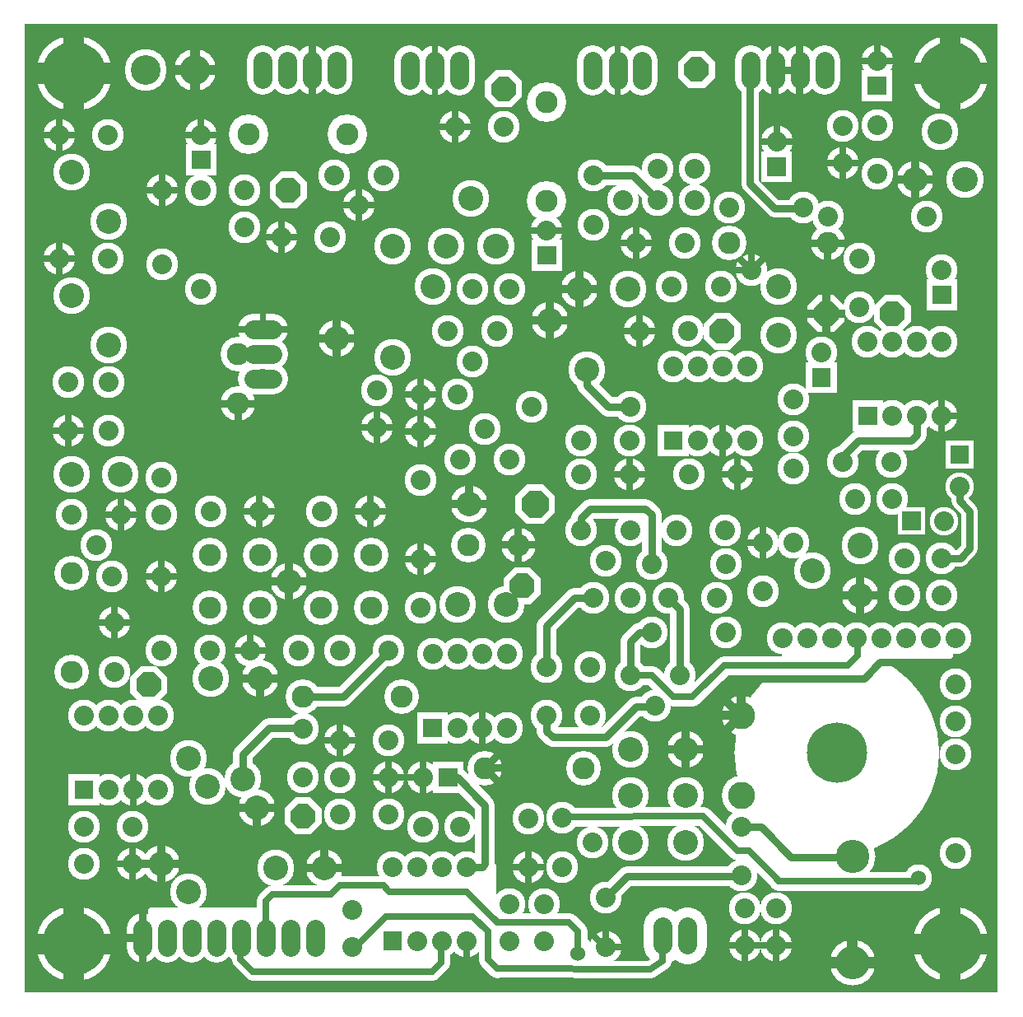
<source format=gbr>
%FSLAX34Y34*%
%MOMM*%
%LNCOPPER_TOP*%
G71*
G01*
%ADD10C, 3.302*%
%ADD11C, 3.810*%
%ADD12C, 3.556*%
%ADD13C, 3.302*%
%ADD14C, 3.810*%
%ADD15C, 3.175*%
%ADD16C, 3.556*%
%ADD17C, 7.747*%
%ADD18C, 7.747*%
%ADD19C, 2.946*%
%ADD20C, 1.270*%
%ADD21C, 1.397*%
%ADD22C, 1.524*%
%ADD23C, 7.470*%
%ADD24C, 4.064*%
%ADD25C, 4.699*%
%ADD26C, 3.302*%
%ADD27C, 0.762*%
%ADD28C, 2.794*%
%ADD29C, 2.032*%
%ADD30C, 1.905*%
%ADD31C, 4.318*%
%ADD32C, 1.753*%
%ADD33C, 0.305*%
%ADD34C, 0.356*%
%ADD35C, 1.778*%
%ADD36C, 1.676*%
%ADD37C, 4.064*%
%ADD38C, 3.937*%
%ADD39C, 0.254*%
%ADD40C, 0.677*%
%ADD41C, 0.635*%
%ADD42C, 0.847*%
%ADD43C, 2.159*%
%ADD44C, 0.787*%
%ADD45C, 0.768*%
%ADD46C, 0.931*%
%ADD47C, 1.143*%
%ADD48C, 1.016*%
%ADD49C, 2.032*%
%ADD50C, 2.540*%
%ADD51C, 2.286*%
%ADD52C, 2.032*%
%ADD53C, 2.540*%
%ADD54C, 2.286*%
%ADD55C, 6.477*%
%ADD56C, 6.477*%
%ADD57C, 6.200*%
%ADD58C, 2.794*%
%ADD59C, 3.429*%
%ADD60C, 2.032*%
%ADD61C, 1.524*%
%ADD62C, 3.048*%
%ADD63C, 2.286*%
%LPD*%
G36*
X0Y0D02*
X1000764Y0D01*
X1000764Y-995684D01*
X0Y-995684D01*
X0Y0D01*
G37*
%LPC*%
X35721Y-114302D02*
G54D10*
D03*
X85720Y-114300D02*
G54D10*
D03*
X48419Y-152400D02*
G54D11*
D03*
X86519Y-203200D02*
G54D11*
D03*
X35721Y-241302D02*
G54D10*
D03*
X85720Y-241300D02*
G54D10*
D03*
X48419Y-279400D02*
G54D11*
D03*
X86519Y-330200D02*
G54D11*
D03*
X45244Y-368300D02*
G54D10*
D03*
X45245Y-418303D02*
G54D10*
D03*
X219869Y-339725D02*
G54D12*
D03*
X219874Y-390530D02*
G54D12*
D03*
X245269Y-365125D02*
G54D13*
D03*
X181769Y-171450D02*
G54D10*
D03*
X181769Y-273050D02*
G54D10*
D03*
X264321Y-219077D02*
G54D10*
D03*
X314320Y-219076D02*
G54D10*
D03*
X318294Y-155575D02*
G54D13*
D03*
X343698Y-186527D02*
G54D13*
D03*
X369096Y-155575D02*
G54D13*
D03*
X484981Y-228600D02*
G54D14*
D03*
X434181Y-228600D02*
G54D14*
D03*
X433775Y-228492D02*
G54D14*
D03*
X485290Y-228662D02*
G54D14*
D03*
X459049Y-179567D02*
G54D14*
D03*
X435769Y-315912D02*
G54D10*
D03*
X461171Y-346862D02*
G54D10*
D03*
X486571Y-315912D02*
G54D10*
D03*
X584994Y-206375D02*
G54D13*
D03*
X615944Y-180973D02*
G54D13*
D03*
X584994Y-155573D02*
G54D13*
D03*
G36*
X851694Y-419100D02*
X851694Y-387350D01*
X883444Y-387350D01*
X883444Y-419100D01*
X851694Y-419100D01*
G37*
X892968Y-403226D02*
G54D10*
D03*
X918368Y-403226D02*
G54D10*
D03*
X943776Y-403230D02*
G54D10*
D03*
X867568Y-327026D02*
G54D10*
D03*
X892968Y-327026D02*
G54D10*
D03*
X918368Y-327026D02*
G54D10*
D03*
X943768Y-327026D02*
G54D10*
D03*
G36*
X651669Y-444500D02*
X651669Y-412750D01*
X683419Y-412750D01*
X683419Y-444500D01*
X651669Y-444500D01*
G37*
X692943Y-428626D02*
G54D10*
D03*
X718347Y-428628D02*
G54D10*
D03*
X743743Y-428626D02*
G54D10*
D03*
X667543Y-352426D02*
G54D10*
D03*
X692943Y-352426D02*
G54D10*
D03*
X718343Y-352426D02*
G54D10*
D03*
X743743Y-352426D02*
G54D10*
D03*
G36*
X45244Y-803275D02*
X45244Y-771525D01*
X76994Y-771525D01*
X76994Y-803275D01*
X45244Y-803275D01*
G37*
X86518Y-787401D02*
G54D10*
D03*
X111921Y-787407D02*
G54D10*
D03*
X137318Y-787401D02*
G54D10*
D03*
X61118Y-711201D02*
G54D10*
D03*
X86518Y-711201D02*
G54D10*
D03*
X111918Y-711201D02*
G54D10*
D03*
X137318Y-711201D02*
G54D10*
D03*
X242094Y-600075D02*
G54D12*
D03*
X191013Y-600076D02*
G54D12*
D03*
X242094Y-546100D02*
G54D12*
D03*
X191013Y-546100D02*
G54D12*
D03*
X356394Y-600075D02*
G54D12*
D03*
X305313Y-600076D02*
G54D12*
D03*
X356394Y-546100D02*
G54D12*
D03*
X305313Y-546100D02*
G54D12*
D03*
G36*
X404019Y-739775D02*
X404019Y-708025D01*
X435769Y-708025D01*
X435769Y-739775D01*
X404019Y-739775D01*
G37*
X445293Y-723901D02*
G54D10*
D03*
X470696Y-723907D02*
G54D10*
D03*
X496093Y-723901D02*
G54D10*
D03*
X419893Y-647701D02*
G54D10*
D03*
X445293Y-647701D02*
G54D10*
D03*
X470693Y-647701D02*
G54D10*
D03*
X496093Y-647701D02*
G54D10*
D03*
G36*
X362744Y-958850D02*
X362744Y-927100D01*
X394494Y-927100D01*
X394494Y-958850D01*
X362744Y-958850D01*
G37*
X404019Y-942975D02*
G54D10*
D03*
X429419Y-942975D02*
G54D10*
D03*
X454821Y-942979D02*
G54D10*
D03*
X378619Y-866775D02*
G54D10*
D03*
X404019Y-866775D02*
G54D10*
D03*
X429419Y-866775D02*
G54D10*
D03*
X454819Y-866775D02*
G54D10*
D03*
X86519Y-368300D02*
G54D10*
D03*
X86518Y-418301D02*
G54D10*
D03*
G54D15*
X254797Y-314328D02*
X235747Y-314328D01*
G54D15*
X254794Y-339725D02*
X235744Y-339725D01*
G54D15*
X254794Y-365125D02*
X235744Y-365125D01*
X226219Y-209550D02*
G54D10*
D03*
X226219Y-171450D02*
G54D10*
D03*
X362746Y-376958D02*
G54D10*
D03*
X362745Y-415062D02*
G54D10*
D03*
X378619Y-228600D02*
G54D11*
D03*
X419894Y-269875D02*
G54D11*
D03*
X321471Y-323852D02*
G54D11*
D03*
X378619Y-342900D02*
G54D11*
D03*
G36*
X252412Y-162750D02*
X263556Y-151606D01*
X279368Y-151606D01*
X290512Y-162750D01*
X290512Y-178562D01*
X279368Y-189706D01*
X263556Y-189706D01*
X252412Y-178562D01*
X252412Y-162750D01*
G37*
X461169Y-273050D02*
G54D10*
D03*
X499269Y-273050D02*
G54D10*
D03*
X689769Y-149225D02*
G54D10*
D03*
X651669Y-149225D02*
G54D10*
D03*
X651669Y-180975D02*
G54D10*
D03*
X689769Y-180975D02*
G54D10*
D03*
X499269Y-447675D02*
G54D13*
D03*
X473867Y-416725D02*
G54D13*
D03*
X448467Y-447675D02*
G54D13*
D03*
X407196Y-419102D02*
G54D10*
D03*
X407193Y-469101D02*
G54D10*
D03*
X445294Y-381000D02*
G54D10*
D03*
X407196Y-381002D02*
G54D10*
D03*
X540547Y-304802D02*
G54D11*
D03*
X578644Y-355600D02*
G54D11*
D03*
X716756Y-269875D02*
G54D13*
D03*
X665675Y-269875D02*
G54D13*
D03*
X632623Y-315915D02*
G54D10*
D03*
X682620Y-315913D02*
G54D10*
D03*
X572294Y-428625D02*
G54D10*
D03*
X622294Y-428626D02*
G54D10*
D03*
X572294Y-463550D02*
G54D10*
D03*
X622298Y-463553D02*
G54D10*
D03*
X683419Y-463550D02*
G54D10*
D03*
X733424Y-463553D02*
G54D10*
D03*
X892969Y-488950D02*
G54D10*
D03*
X854869Y-488950D02*
G54D10*
D03*
X842169Y-450850D02*
G54D10*
D03*
X892170Y-450850D02*
G54D10*
D03*
X967581Y-160338D02*
G54D14*
D03*
X916781Y-160337D02*
G54D14*
D03*
X916381Y-160232D02*
G54D14*
D03*
X967890Y-160399D02*
G54D14*
D03*
X941649Y-111305D02*
G54D14*
D03*
X858838Y-241300D02*
G54D10*
D03*
X858837Y-291301D02*
G54D10*
D03*
X48419Y-504825D02*
G54D13*
D03*
X73821Y-535775D02*
G54D13*
D03*
X99223Y-504827D02*
G54D13*
D03*
X191294Y-501650D02*
G54D10*
D03*
X241297Y-501653D02*
G54D10*
D03*
X140494Y-466725D02*
G54D10*
D03*
X140494Y-504825D02*
G54D10*
D03*
X48419Y-565150D02*
G54D16*
D03*
X48419Y-666750D02*
G54D16*
D03*
X140495Y-568327D02*
G54D10*
D03*
X90493Y-568324D02*
G54D10*
D03*
X305594Y-501650D02*
G54D10*
D03*
X355597Y-501653D02*
G54D10*
D03*
X140494Y-644525D02*
G54D10*
D03*
X190494Y-644526D02*
G54D10*
D03*
X232572Y-644531D02*
G54D10*
D03*
X282570Y-644526D02*
G54D10*
D03*
X324644Y-644525D02*
G54D10*
D03*
X374644Y-644526D02*
G54D10*
D03*
X92870Y-615952D02*
G54D10*
D03*
X92868Y-665951D02*
G54D10*
D03*
X61119Y-825500D02*
G54D10*
D03*
X111120Y-825500D02*
G54D10*
D03*
X61119Y-863600D02*
G54D10*
D03*
X111122Y-863607D02*
G54D10*
D03*
X388144Y-692150D02*
G54D16*
D03*
X286544Y-692150D02*
G54D16*
D03*
X286544Y-774700D02*
G54D10*
D03*
X286544Y-724699D02*
G54D10*
D03*
X324645Y-736604D02*
G54D10*
D03*
X374644Y-736600D02*
G54D10*
D03*
X324644Y-774700D02*
G54D10*
D03*
X374647Y-774704D02*
G54D10*
D03*
X410369Y-825500D02*
G54D10*
D03*
X448469Y-825500D02*
G54D10*
D03*
X337344Y-949325D02*
G54D10*
D03*
X337344Y-911225D02*
G54D10*
D03*
X499269Y-942975D02*
G54D10*
D03*
X499269Y-904875D02*
G54D10*
D03*
X597694Y-898525D02*
G54D13*
D03*
X597700Y-949333D02*
G54D13*
D03*
X553244Y-866775D02*
G54D13*
D03*
X584194Y-841373D02*
G54D13*
D03*
X553244Y-815973D02*
G54D13*
D03*
X534194Y-904875D02*
G54D10*
D03*
X534194Y-942975D02*
G54D10*
D03*
X623094Y-841375D02*
G54D11*
D03*
X680244Y-841375D02*
G54D11*
D03*
X680244Y-793750D02*
G54D11*
D03*
X623094Y-793750D02*
G54D11*
D03*
X623094Y-746125D02*
G54D11*
D03*
X680246Y-746127D02*
G54D11*
D03*
X575469Y-765175D02*
G54D16*
D03*
X473873Y-765183D02*
G54D16*
D03*
X518323Y-866779D02*
G54D10*
D03*
X518319Y-816774D02*
G54D10*
D03*
X537369Y-711200D02*
G54D10*
D03*
X537369Y-661199D02*
G54D10*
D03*
X581819Y-711200D02*
G54D10*
D03*
X581819Y-661199D02*
G54D10*
D03*
X623094Y-669925D02*
G54D13*
D03*
X648496Y-700875D02*
G54D13*
D03*
X673896Y-669925D02*
G54D13*
D03*
X572294Y-520700D02*
G54D13*
D03*
X597696Y-551650D02*
G54D13*
D03*
X623096Y-520700D02*
G54D13*
D03*
X407194Y-600075D02*
G54D10*
D03*
X407197Y-550077D02*
G54D10*
D03*
X508002Y-535785D02*
G54D12*
D03*
X456919Y-535782D02*
G54D12*
D03*
X584994Y-590550D02*
G54D10*
D03*
X623094Y-590550D02*
G54D10*
D03*
X780294Y-631825D02*
G54D10*
D03*
X805694Y-631825D02*
G54D10*
D03*
X831094Y-631825D02*
G54D10*
D03*
X856494Y-631825D02*
G54D10*
D03*
X881894Y-631825D02*
G54D10*
D03*
X907294Y-631825D02*
G54D10*
D03*
X932694Y-631825D02*
G54D10*
D03*
X958094Y-631825D02*
G54D10*
D03*
X943769Y-253206D02*
G54D10*
D03*
G36*
X959644Y-262731D02*
X959644Y-294481D01*
X927894Y-294481D01*
X927894Y-262731D01*
X959644Y-262731D01*
G37*
X877098Y-38102D02*
G54D10*
D03*
G36*
X892970Y-79375D02*
X861220Y-79375D01*
X861220Y-47625D01*
X892970Y-47625D01*
X892970Y-79375D01*
G37*
X952500Y-946150D02*
G54D17*
D03*
X952500Y-50800D02*
G54D17*
D03*
X50800Y-50800D02*
G54D17*
D03*
X50800Y-946152D02*
G54D18*
D03*
X819944Y-338138D02*
G54D10*
D03*
G36*
X835819Y-379412D02*
X804069Y-379412D01*
X804069Y-347662D01*
X835819Y-347662D01*
X835819Y-379412D01*
G37*
G36*
X758031Y-162719D02*
X758031Y-130969D01*
X789781Y-130969D01*
X789781Y-162719D01*
X758031Y-162719D01*
G37*
X773912Y-121445D02*
G54D10*
D03*
X537373Y-212727D02*
G54D10*
D03*
G36*
X553243Y-253999D02*
X521493Y-253999D01*
X521493Y-222249D01*
X553243Y-222249D01*
X553243Y-253999D01*
G37*
X410372Y-774706D02*
G54D10*
D03*
G36*
X451645Y-758827D02*
X451645Y-790577D01*
X419895Y-790577D01*
X419895Y-758827D01*
X451645Y-758827D01*
G37*
G54D15*
X321469Y-57150D02*
X321469Y-38100D01*
G54D15*
X296071Y-57151D02*
X296071Y-38101D01*
G54D15*
X270668Y-57150D02*
X270668Y-38100D01*
G54D15*
X245269Y-57150D02*
X245269Y-38100D01*
G54D15*
X823119Y-57150D02*
X823119Y-38100D01*
G54D15*
X797726Y-57152D02*
X797726Y-38102D01*
G54D15*
X772327Y-57153D02*
X772327Y-38103D01*
G54D15*
X746919Y-57150D02*
X746919Y-38100D01*
G54D15*
X635752Y-57301D02*
X635752Y-38251D01*
G54D15*
X610355Y-57301D02*
X610355Y-38251D01*
G54D15*
X584952Y-57302D02*
X584952Y-38252D01*
G54D15*
X121444Y-930285D02*
X121444Y-949335D01*
G54D15*
X146844Y-930275D02*
X146844Y-949325D01*
G54D15*
X172244Y-930275D02*
X172244Y-949325D01*
G54D15*
X197644Y-930275D02*
X197644Y-949325D01*
G54D15*
X223044Y-930275D02*
X223044Y-949325D01*
G54D15*
X248444Y-930275D02*
X248444Y-949325D01*
G54D15*
X273844Y-930275D02*
X273844Y-949325D01*
G54D15*
X299244Y-930275D02*
X299244Y-949325D01*
X859631Y-536575D02*
G54D14*
D03*
X859631Y-587375D02*
G54D14*
D03*
X859528Y-587785D02*
G54D14*
D03*
X859693Y-536266D02*
G54D14*
D03*
X810598Y-562508D02*
G54D14*
D03*
X670719Y-520700D02*
G54D10*
D03*
X720720Y-520700D02*
G54D10*
D03*
X662781Y-590550D02*
G54D10*
D03*
X712782Y-590550D02*
G54D10*
D03*
X759625Y-533403D02*
G54D10*
D03*
X759618Y-583401D02*
G54D10*
D03*
X773112Y-909638D02*
G54D13*
D03*
X773117Y-947742D02*
G54D13*
D03*
X962025Y-476250D02*
G54D19*
D03*
G36*
X947928Y-428816D02*
X976122Y-428816D01*
X976122Y-457010D01*
X947928Y-457010D01*
X947928Y-428816D01*
G37*
X946150Y-511175D02*
G54D19*
D03*
G36*
X898716Y-525272D02*
X898716Y-497078D01*
X926910Y-497078D01*
X926910Y-525272D01*
X898716Y-525272D01*
G37*
X741362Y-909638D02*
G54D10*
D03*
X741365Y-947740D02*
G54D10*
D03*
X140495Y-863602D02*
G54D11*
D03*
X169069Y-892175D02*
G54D11*
D03*
X188119Y-784225D02*
G54D11*
D03*
X238921Y-806454D02*
G54D11*
D03*
X169069Y-755650D02*
G54D11*
D03*
X224631Y-776288D02*
G54D11*
D03*
X191294Y-673100D02*
G54D11*
D03*
X242097Y-673106D02*
G54D11*
D03*
X324644Y-812800D02*
G54D10*
D03*
X374644Y-812800D02*
G54D10*
D03*
G54D20*
G75*
G01X924719Y-749300D02*
G03X924719Y-749300I-88900J0D01*
G01*
G54D21*
G75*
G01X912019Y-749300D02*
G03X912019Y-749300I-76200J0D01*
G01*
G54D21*
G75*
G01X899319Y-749300D02*
G03X899319Y-749300I-63500J0D01*
G01*
G54D21*
G75*
G01X886619Y-749300D02*
G03X886619Y-749300I-50800J0D01*
G01*
G54D21*
G75*
G01X873919Y-749300D02*
G03X873919Y-749300I-38100J0D01*
G01*
G54D21*
G75*
G01X861219Y-749300D02*
G03X861219Y-749300I-25400J0D01*
G01*
G54D22*
G75*
G01X848519Y-749300D02*
G03X848519Y-749300I-12700J0D01*
G01*
X835819Y-749300D02*
G54D23*
D03*
X737394Y-793750D02*
G54D24*
D03*
X737400Y-711206D02*
G54D24*
D03*
X851702Y-965208D02*
G54D25*
D03*
X851696Y-855665D02*
G54D25*
D03*
X645319Y-625475D02*
G54D13*
D03*
X721519Y-625475D02*
G54D13*
D03*
X943769Y-587375D02*
G54D26*
D03*
X905669Y-587375D02*
G54D26*
D03*
G54D27*
G75*
G01X931069Y-749300D02*
G03X931069Y-749300I-95250J0D01*
G01*
G54D27*
G75*
G01X937419Y-749300D02*
G03X937419Y-749300I-101600J0D01*
G01*
X181771Y-114302D02*
G54D10*
D03*
G36*
X197642Y-155574D02*
X165892Y-155574D01*
X165892Y-123824D01*
X197642Y-123824D01*
X197642Y-155574D01*
G37*
X521494Y-393700D02*
G54D10*
D03*
X623094Y-393700D02*
G54D10*
D03*
X645319Y-555625D02*
G54D13*
D03*
X721519Y-555625D02*
G54D13*
D03*
X943769Y-549275D02*
G54D26*
D03*
X905669Y-549275D02*
G54D26*
D03*
X791369Y-533400D02*
G54D10*
D03*
X791369Y-457200D02*
G54D10*
D03*
X569118Y-955676D02*
G54D28*
D03*
G54D15*
X447632Y-57302D02*
X447632Y-38252D01*
G54D15*
X422234Y-57302D02*
X422234Y-38252D01*
G54D15*
X396832Y-57302D02*
X396832Y-38252D01*
G36*
X672306Y-38925D02*
X683450Y-27781D01*
X699262Y-27781D01*
X710406Y-38925D01*
X710406Y-54737D01*
X699262Y-65881D01*
X683450Y-65881D01*
X672306Y-54737D01*
X672306Y-38925D01*
G37*
X724787Y-188819D02*
G54D13*
D03*
X800987Y-188819D02*
G54D13*
D03*
X272259Y-573091D02*
G54D11*
D03*
X457206Y-493718D02*
G54D11*
D03*
G36*
X267494Y-806482D02*
X278638Y-795338D01*
X294450Y-795338D01*
X305594Y-806482D01*
X305594Y-822294D01*
X294450Y-833438D01*
X278638Y-833438D01*
X267494Y-822294D01*
X267494Y-806482D01*
G37*
G54D29*
X842169Y-454025D02*
X842169Y-444500D01*
X858044Y-428625D01*
X912019Y-428625D01*
X918369Y-422275D01*
X918369Y-409575D01*
X791369Y-385762D02*
G54D10*
D03*
X791369Y-423862D02*
G54D10*
D03*
X826298Y-225427D02*
G54D16*
D03*
X724694Y-225425D02*
G54D16*
D03*
X629448Y-225427D02*
G54D10*
D03*
X679445Y-225426D02*
G54D10*
D03*
G54D29*
X584994Y-155575D02*
X626269Y-155575D01*
X651669Y-180975D01*
G54D29*
X623094Y-669925D02*
X623094Y-635000D01*
X632619Y-625475D01*
X645319Y-625475D01*
G54D29*
X537369Y-660400D02*
X537369Y-619125D01*
X565944Y-590550D01*
X581819Y-590550D01*
G54D29*
X537369Y-711200D02*
X537369Y-727075D01*
X543719Y-733425D01*
X597694Y-733425D01*
X629444Y-701675D01*
X648494Y-701675D01*
G54D29*
X572294Y-520700D02*
X572294Y-508000D01*
X581819Y-498475D01*
X638969Y-498475D01*
X645319Y-504825D01*
X645319Y-555625D01*
G54D29*
X578644Y-355600D02*
X578644Y-371475D01*
X600869Y-393700D01*
X623094Y-393700D01*
G54D30*
X350044Y-885825D02*
X369094Y-885825D01*
X375444Y-892175D01*
X454819Y-892175D01*
X486569Y-923925D01*
G54D30*
X483394Y-920750D02*
X486569Y-923925D01*
X559594Y-923925D01*
X569119Y-933450D01*
X569119Y-955675D01*
G54D30*
X337344Y-949325D02*
X340519Y-949325D01*
X372269Y-917575D01*
X461169Y-917575D01*
X477044Y-933450D01*
X477044Y-962025D01*
X486569Y-971550D01*
G54D30*
X248444Y-939800D02*
X248444Y-901700D01*
X254794Y-895350D01*
X315119Y-895350D01*
X324644Y-885825D01*
X350044Y-885825D01*
X737394Y-875506D02*
G54D10*
D03*
X737394Y-825506D02*
G54D10*
D03*
G54D29*
X597694Y-898525D02*
X619919Y-876300D01*
X737394Y-876300D01*
X919956Y-877888D02*
G54D28*
D03*
G54D30*
X552450Y-815181D02*
X697706Y-814388D01*
X733425Y-850106D01*
X745331Y-850106D01*
X772319Y-877094D01*
X958056Y-750888D02*
G54D10*
D03*
X958056Y-852488D02*
G54D10*
D03*
G54D29*
X737394Y-825500D02*
X758031Y-825500D01*
X788988Y-856456D01*
X851694Y-856456D01*
G54D30*
X337344Y-949325D02*
X340519Y-949325D01*
X747720Y-253208D02*
G54D10*
D03*
X124619Y-47625D02*
G54D31*
D03*
X175421Y-47627D02*
G54D31*
D03*
G54D29*
X286544Y-692150D02*
X327819Y-692150D01*
X375444Y-644525D01*
G36*
X108744Y-671544D02*
X119888Y-660400D01*
X135700Y-660400D01*
X146844Y-671544D01*
X146844Y-687356D01*
X135700Y-698500D01*
X119888Y-698500D01*
X108744Y-687356D01*
X108744Y-671544D01*
G37*
G54D29*
X435769Y-774700D02*
X445294Y-774700D01*
X473869Y-803275D01*
X473869Y-863600D01*
X470694Y-866775D01*
X454819Y-866775D01*
X826294Y-198438D02*
G54D10*
D03*
X927894Y-198438D02*
G54D10*
D03*
X775494Y-269875D02*
G54D14*
D03*
X775494Y-319881D02*
G54D14*
D03*
X98836Y-463139D02*
G54D14*
D03*
X48830Y-463139D02*
G54D14*
D03*
X495711Y-597283D02*
G54D14*
D03*
X445704Y-597283D02*
G54D14*
D03*
X308389Y-867958D02*
G54D14*
D03*
X258380Y-867952D02*
G54D14*
D03*
X571122Y-272669D02*
G54D14*
D03*
X621124Y-272668D02*
G54D14*
D03*
X958056Y-717550D02*
G54D13*
D03*
X958056Y-679450D02*
G54D13*
D03*
G54D29*
X224631Y-776288D02*
X224631Y-750888D01*
X251619Y-723900D01*
X286544Y-723900D01*
G54D32*
X486569Y-971550D02*
X643731Y-972344D01*
X656431Y-963612D01*
X656431Y-937419D01*
X442915Y-105571D02*
G54D10*
D03*
X492913Y-105569D02*
G54D10*
D03*
G54D30*
X772319Y-877094D02*
X776288Y-881062D01*
X916781Y-881062D01*
X919956Y-877888D01*
G54D32*
X222250Y-939800D02*
X222250Y-962025D01*
X234950Y-974725D01*
X419100Y-974725D01*
X428625Y-965200D01*
X428625Y-942975D01*
G36*
X388938Y-923131D02*
X388938Y-934244D01*
X451644Y-934244D01*
X452438Y-935038D01*
X452438Y-924719D01*
X451644Y-923925D01*
X388938Y-923925D01*
X388938Y-923131D01*
G37*
G54D33*
X388938Y-923131D02*
X388938Y-934244D01*
X451644Y-934244D01*
X452438Y-935038D01*
X452438Y-924719D01*
X451644Y-923925D01*
X388938Y-923925D01*
X388938Y-923131D01*
G36*
X375444Y-924719D02*
X375444Y-930275D01*
X391319Y-930275D01*
X391319Y-925512D01*
X377031Y-925512D01*
X376238Y-924719D01*
X375444Y-924719D01*
G37*
G54D33*
X375444Y-924719D02*
X375444Y-930275D01*
X391319Y-930275D01*
X391319Y-925512D01*
X377031Y-925512D01*
X376238Y-924719D01*
X375444Y-924719D01*
G36*
X339725Y-893762D02*
X339725Y-936625D01*
X342900Y-936625D01*
X369094Y-910431D01*
X461169Y-910431D01*
X461169Y-908050D01*
X451644Y-898525D01*
X371475Y-898525D01*
X365125Y-892175D01*
X341312Y-892175D01*
X339725Y-893762D01*
G37*
G54D33*
X339725Y-893762D02*
X339725Y-936625D01*
X342900Y-936625D01*
X369094Y-910431D01*
X461169Y-910431D01*
X461169Y-908050D01*
X451644Y-898525D01*
X371475Y-898525D01*
X365125Y-892175D01*
X341312Y-892175D01*
X339725Y-893762D01*
G36*
X235744Y-924719D02*
X235744Y-954881D01*
X230188Y-960438D01*
X230188Y-969962D01*
X231775Y-971550D01*
X421481Y-971550D01*
X425450Y-967581D01*
X425450Y-955675D01*
X423862Y-954088D01*
X407194Y-954088D01*
X345281Y-892175D01*
X268288Y-892175D01*
X250031Y-910431D01*
X130175Y-910431D01*
X129381Y-911225D01*
X129381Y-919956D01*
X230188Y-919956D01*
X235744Y-925512D01*
X235744Y-924719D01*
G37*
G54D33*
X235744Y-924719D02*
X235744Y-954881D01*
X230188Y-960438D01*
X230188Y-969962D01*
X231775Y-971550D01*
X421481Y-971550D01*
X425450Y-967581D01*
X425450Y-955675D01*
X423862Y-954088D01*
X407194Y-954088D01*
X345281Y-892175D01*
X268288Y-892175D01*
X250031Y-910431D01*
X130175Y-910431D01*
X129381Y-911225D01*
X129381Y-919956D01*
X230188Y-919956D01*
X235744Y-925512D01*
X235744Y-924719D01*
G36*
X481012Y-867569D02*
X481012Y-907256D01*
X481806Y-908050D01*
X387350Y-908050D01*
X381794Y-902494D01*
X381794Y-882650D01*
X387350Y-877094D01*
X469900Y-877094D01*
X479425Y-867569D01*
X481012Y-867569D01*
G37*
G54D33*
X481012Y-867569D02*
X481012Y-907256D01*
X481806Y-908050D01*
X387350Y-908050D01*
X381794Y-902494D01*
X381794Y-882650D01*
X387350Y-877094D01*
X469900Y-877094D01*
X479425Y-867569D01*
X481012Y-867569D01*
G36*
X484188Y-865188D02*
X484188Y-904081D01*
X483394Y-904875D01*
X484188Y-865188D01*
G37*
G54D33*
X484188Y-865188D02*
X484188Y-904081D01*
X483394Y-904875D01*
X484188Y-865188D01*
G36*
X484188Y-930275D02*
X484188Y-967581D01*
X484981Y-968375D01*
X598488Y-968375D01*
X599281Y-969169D01*
X599281Y-959644D01*
X598488Y-958850D01*
X594519Y-958850D01*
X574675Y-939006D01*
X569912Y-939006D01*
X554831Y-923925D01*
X491331Y-923925D01*
X484981Y-930275D01*
X484188Y-930275D01*
G37*
G54D33*
X484188Y-930275D02*
X484188Y-967581D01*
X484981Y-968375D01*
X598488Y-968375D01*
X599281Y-969169D01*
X599281Y-959644D01*
X598488Y-958850D01*
X594519Y-958850D01*
X574675Y-939006D01*
X569912Y-939006D01*
X554831Y-923925D01*
X491331Y-923925D01*
X484981Y-930275D01*
X484188Y-930275D01*
G36*
X742156Y-838200D02*
X742156Y-843756D01*
X773906Y-875506D01*
X840581Y-875506D01*
X841375Y-874712D01*
X841375Y-845344D01*
X795338Y-845344D01*
X755650Y-805656D01*
X742950Y-805656D01*
X742156Y-806450D01*
X742156Y-841375D01*
X742156Y-838200D01*
G37*
G54D33*
X742156Y-838200D02*
X742156Y-843756D01*
X773906Y-875506D01*
X840581Y-875506D01*
X841375Y-874712D01*
X841375Y-845344D01*
X795338Y-845344D01*
X755650Y-805656D01*
X742950Y-805656D01*
X742156Y-806450D01*
X742156Y-841375D01*
X742156Y-838200D01*
G36*
X869950Y-650875D02*
X952500Y-650875D01*
X953294Y-650081D01*
X953294Y-643731D01*
X862806Y-643731D01*
X862806Y-648494D01*
X869156Y-648494D01*
X871538Y-650875D01*
X869950Y-650875D01*
G37*
G54D33*
X869950Y-650875D02*
X952500Y-650875D01*
X953294Y-650081D01*
X953294Y-643731D01*
X862806Y-643731D01*
X862806Y-648494D01*
X869156Y-648494D01*
X871538Y-650875D01*
X869950Y-650875D01*
G54D29*
X673894Y-669925D02*
X673894Y-601662D01*
X662781Y-590550D01*
G54D30*
X623094Y-669925D02*
X645319Y-669925D01*
X667544Y-692150D01*
X687388Y-692150D01*
X719931Y-659606D01*
X846931Y-659606D01*
X857250Y-649288D01*
X857250Y-632619D01*
G36*
X873922Y-289751D02*
X885066Y-278607D01*
X900878Y-278607D01*
X912022Y-289751D01*
X912022Y-305563D01*
X900878Y-316707D01*
X885066Y-316707D01*
X873922Y-305563D01*
X873922Y-289751D01*
G37*
G36*
X805662Y-289752D02*
X816806Y-278608D01*
X832618Y-278608D01*
X843762Y-289752D01*
X843762Y-305564D01*
X832618Y-316708D01*
X816806Y-316708D01*
X805662Y-305564D01*
X805662Y-289752D01*
G37*
G36*
X505142Y-485280D02*
X517030Y-473392D01*
X533896Y-473392D01*
X545782Y-485280D01*
X545782Y-502146D01*
X533896Y-514032D01*
X517030Y-514032D01*
X505142Y-502146D01*
X505142Y-485280D01*
G37*
G36*
X473869Y-58769D02*
X485013Y-47625D01*
X500825Y-47625D01*
X511969Y-58769D01*
X511969Y-74581D01*
X500825Y-85725D01*
X485013Y-85725D01*
X473869Y-74581D01*
X473869Y-58769D01*
G37*
G54D34*
X6350Y-6350D02*
X996950Y-6350D01*
X996950Y-990600D01*
X6350Y-990600D01*
X6350Y-6350D01*
X877888Y-103981D02*
G54D10*
D03*
X877887Y-153982D02*
G54D10*
D03*
X842172Y-142875D02*
G54D10*
D03*
X842169Y-104775D02*
G54D10*
D03*
G54D35*
X746125Y-46831D02*
X746125Y-164306D01*
X771525Y-189706D01*
X800100Y-189706D01*
G36*
X492919Y-569944D02*
X504063Y-558800D01*
X519875Y-558800D01*
X531019Y-569944D01*
X531019Y-585756D01*
X519875Y-596900D01*
X504063Y-596900D01*
X492919Y-585756D01*
X492919Y-569944D01*
G37*
X141477Y-171452D02*
G54D13*
D03*
X141476Y-247652D02*
G54D13*
D03*
G54D36*
X943769Y-549275D02*
X962819Y-549275D01*
X972344Y-539750D01*
X972344Y-500856D01*
X962025Y-490538D01*
X962025Y-477044D01*
X331836Y-113266D02*
G54D37*
D03*
X230236Y-113266D02*
G54D37*
D03*
X537116Y-182022D02*
G54D37*
D03*
X537116Y-80422D02*
G54D37*
D03*
G54D38*
X656431Y-927894D02*
X656431Y-946944D01*
G54D38*
X681831Y-927894D02*
X681831Y-946944D01*
G36*
X780256Y-654050D02*
X842962Y-654050D01*
X850106Y-646906D01*
X850106Y-642938D01*
X847725Y-640556D01*
X784225Y-640556D01*
X780256Y-644525D01*
X780256Y-654050D01*
G37*
G54D39*
X780256Y-654050D02*
X842962Y-654050D01*
X850106Y-646906D01*
X850106Y-642938D01*
X847725Y-640556D01*
X784225Y-640556D01*
X780256Y-644525D01*
X780256Y-654050D01*
G36*
X881856Y-411956D02*
X881856Y-421481D01*
X908050Y-421481D01*
X908844Y-420688D01*
X908844Y-412750D01*
X908050Y-411956D01*
X881856Y-411956D01*
G37*
G54D39*
X881856Y-411956D02*
X881856Y-421481D01*
X908050Y-421481D01*
X908844Y-420688D01*
X908844Y-412750D01*
X908050Y-411956D01*
X881856Y-411956D01*
G36*
X120650Y-695325D02*
X120650Y-701675D01*
X121444Y-702469D01*
X127000Y-702469D01*
X128588Y-700881D01*
X128588Y-696119D01*
X120650Y-696119D01*
X120650Y-695325D01*
G37*
G54D39*
X120650Y-695325D02*
X120650Y-701675D01*
X121444Y-702469D01*
X127000Y-702469D01*
X128588Y-700881D01*
X128588Y-696119D01*
X120650Y-696119D01*
X120650Y-695325D01*
G36*
X698500Y-308006D02*
X709644Y-296862D01*
X725456Y-296862D01*
X736600Y-308006D01*
X736600Y-323818D01*
X725456Y-334962D01*
X709644Y-334962D01*
X698500Y-323818D01*
X698500Y-308006D01*
G37*
%LPD*%
G54D40*
G36*
X32334Y-114302D02*
X32334Y-97292D01*
X39107Y-97292D01*
X39107Y-114302D01*
X32334Y-114302D01*
G37*
G36*
X35721Y-110915D02*
X52731Y-110915D01*
X52731Y-117689D01*
X35721Y-117689D01*
X35721Y-110915D01*
G37*
G36*
X39107Y-114302D02*
X39107Y-131312D01*
X32334Y-131312D01*
X32334Y-114302D01*
X39107Y-114302D01*
G37*
G36*
X35721Y-117689D02*
X18711Y-117689D01*
X18711Y-110915D01*
X35721Y-110915D01*
X35721Y-117689D01*
G37*
G54D40*
G36*
X32334Y-241302D02*
X32334Y-224292D01*
X39107Y-224292D01*
X39107Y-241302D01*
X32334Y-241302D01*
G37*
G36*
X35721Y-237915D02*
X52731Y-237915D01*
X52731Y-244689D01*
X35721Y-244689D01*
X35721Y-237915D01*
G37*
G36*
X39107Y-241302D02*
X39107Y-258312D01*
X32334Y-258312D01*
X32334Y-241302D01*
X39107Y-241302D01*
G37*
G36*
X35721Y-244689D02*
X18711Y-244689D01*
X18711Y-237915D01*
X35721Y-237915D01*
X35721Y-244689D01*
G37*
G54D40*
G36*
X45245Y-414916D02*
X62255Y-414916D01*
X62255Y-421690D01*
X45245Y-421690D01*
X45245Y-414916D01*
G37*
G36*
X48631Y-418303D02*
X48631Y-435313D01*
X41858Y-435313D01*
X41858Y-418303D01*
X48631Y-418303D01*
G37*
G36*
X45245Y-421690D02*
X28235Y-421690D01*
X28235Y-414916D01*
X45245Y-414916D01*
X45245Y-421690D01*
G37*
G36*
X41858Y-418303D02*
X41858Y-401293D01*
X48631Y-401293D01*
X48631Y-418303D01*
X41858Y-418303D01*
G37*
G54D27*
G36*
X219874Y-386720D02*
X238154Y-386720D01*
X238154Y-394340D01*
X219874Y-394340D01*
X219874Y-386720D01*
G37*
G36*
X223684Y-390530D02*
X223684Y-408810D01*
X216064Y-408810D01*
X216064Y-390530D01*
X223684Y-390530D01*
G37*
G36*
X219874Y-394340D02*
X201594Y-394340D01*
X201594Y-386720D01*
X219874Y-386720D01*
X219874Y-394340D01*
G37*
G54D40*
G36*
X260934Y-219077D02*
X260934Y-202067D01*
X267707Y-202067D01*
X267707Y-219077D01*
X260934Y-219077D01*
G37*
G36*
X264321Y-215690D02*
X281331Y-215690D01*
X281331Y-222464D01*
X264321Y-222464D01*
X264321Y-215690D01*
G37*
G36*
X267707Y-219077D02*
X267707Y-236087D01*
X260934Y-236087D01*
X260934Y-219077D01*
X267707Y-219077D01*
G37*
G36*
X264321Y-222464D02*
X247311Y-222464D01*
X247311Y-215690D01*
X264321Y-215690D01*
X264321Y-222464D01*
G37*
G54D40*
G36*
X343698Y-189914D02*
X326688Y-189914D01*
X326688Y-183140D01*
X343698Y-183140D01*
X343698Y-189914D01*
G37*
G36*
X340311Y-186527D02*
X340311Y-169517D01*
X347084Y-169517D01*
X347084Y-186527D01*
X340311Y-186527D01*
G37*
G36*
X343698Y-183140D02*
X360708Y-183140D01*
X360708Y-189914D01*
X343698Y-189914D01*
X343698Y-183140D01*
G37*
G36*
X347084Y-186527D02*
X347084Y-203537D01*
X340311Y-203537D01*
X340311Y-186527D01*
X347084Y-186527D01*
G37*
G54D40*
G36*
X940389Y-403230D02*
X940389Y-386220D01*
X947163Y-386220D01*
X947163Y-403230D01*
X940389Y-403230D01*
G37*
G36*
X943776Y-399843D02*
X960786Y-399843D01*
X960786Y-406617D01*
X943776Y-406617D01*
X943776Y-399843D01*
G37*
G36*
X947163Y-403230D02*
X947163Y-420240D01*
X940389Y-420240D01*
X940389Y-403230D01*
X947163Y-403230D01*
G37*
G54D40*
G36*
X714960Y-428628D02*
X714960Y-411618D01*
X721733Y-411618D01*
X721733Y-428628D01*
X714960Y-428628D01*
G37*
G36*
X721733Y-428628D02*
X721733Y-445638D01*
X714960Y-445638D01*
X714960Y-428628D01*
X721733Y-428628D01*
G37*
G54D40*
G36*
X108534Y-787407D02*
X108534Y-770397D01*
X115307Y-770397D01*
X115307Y-787407D01*
X108534Y-787407D01*
G37*
G36*
X115307Y-787407D02*
X115307Y-804417D01*
X108534Y-804417D01*
X108534Y-787407D01*
X115307Y-787407D01*
G37*
G54D40*
G36*
X467309Y-723907D02*
X467309Y-706897D01*
X474082Y-706897D01*
X474082Y-723907D01*
X467309Y-723907D01*
G37*
G36*
X474082Y-723907D02*
X474082Y-740917D01*
X467309Y-740917D01*
X467309Y-723907D01*
X474082Y-723907D01*
G37*
G54D40*
G36*
X458207Y-942979D02*
X458207Y-959989D01*
X451434Y-959989D01*
X451434Y-942979D01*
X458207Y-942979D01*
G37*
G54D41*
G36*
X245272Y-311153D02*
X271172Y-311153D01*
X271172Y-317503D01*
X245272Y-317503D01*
X245272Y-311153D01*
G37*
G36*
X245272Y-317503D02*
X219372Y-317503D01*
X219372Y-311153D01*
X245272Y-311153D01*
X245272Y-317503D01*
G37*
G36*
X242097Y-314328D02*
X242097Y-297953D01*
X248447Y-297953D01*
X248447Y-314328D01*
X242097Y-314328D01*
G37*
G54D40*
G36*
X362745Y-418449D02*
X345735Y-418449D01*
X345735Y-411675D01*
X362745Y-411675D01*
X362745Y-418449D01*
G37*
G36*
X359358Y-415062D02*
X359358Y-398052D01*
X366132Y-398052D01*
X366132Y-415062D01*
X359358Y-415062D01*
G37*
G36*
X362745Y-411675D02*
X379755Y-411675D01*
X379755Y-418449D01*
X362745Y-418449D01*
X362745Y-411675D01*
G37*
G36*
X366132Y-415062D02*
X366132Y-432072D01*
X359358Y-432072D01*
X359358Y-415062D01*
X366132Y-415062D01*
G37*
G54D42*
G36*
X317237Y-323852D02*
X317237Y-304302D01*
X325704Y-304302D01*
X325704Y-323852D01*
X317237Y-323852D01*
G37*
G36*
X321471Y-319619D02*
X341021Y-319619D01*
X341021Y-328085D01*
X321471Y-328085D01*
X321471Y-319619D01*
G37*
G36*
X325704Y-323852D02*
X325704Y-343402D01*
X317237Y-343402D01*
X317237Y-323852D01*
X325704Y-323852D01*
G37*
G36*
X321471Y-328085D02*
X301921Y-328085D01*
X301921Y-319619D01*
X321471Y-319619D01*
X321471Y-328085D01*
G37*
G54D40*
G36*
X407196Y-415715D02*
X424206Y-415715D01*
X424206Y-422489D01*
X407196Y-422489D01*
X407196Y-415715D01*
G37*
G36*
X410582Y-419102D02*
X410582Y-436112D01*
X403809Y-436112D01*
X403809Y-419102D01*
X410582Y-419102D01*
G37*
G36*
X407196Y-422489D02*
X390186Y-422489D01*
X390186Y-415715D01*
X407196Y-415715D01*
X407196Y-422489D01*
G37*
G36*
X403809Y-419102D02*
X403809Y-402092D01*
X410582Y-402092D01*
X410582Y-419102D01*
X403809Y-419102D01*
G37*
G54D40*
G36*
X403809Y-381002D02*
X403809Y-363992D01*
X410582Y-363992D01*
X410582Y-381002D01*
X403809Y-381002D01*
G37*
G36*
X407196Y-377615D02*
X424206Y-377615D01*
X424206Y-384389D01*
X407196Y-384389D01*
X407196Y-377615D01*
G37*
G36*
X410582Y-381002D02*
X410582Y-398012D01*
X403809Y-398012D01*
X403809Y-381002D01*
X410582Y-381002D01*
G37*
G36*
X407196Y-384389D02*
X390186Y-384389D01*
X390186Y-377615D01*
X407196Y-377615D01*
X407196Y-384389D01*
G37*
G54D42*
G36*
X536313Y-304802D02*
X536313Y-285252D01*
X544780Y-285252D01*
X544780Y-304802D01*
X536313Y-304802D01*
G37*
G36*
X540547Y-300569D02*
X560097Y-300569D01*
X560097Y-309035D01*
X540547Y-309035D01*
X540547Y-300569D01*
G37*
G36*
X544780Y-304802D02*
X544780Y-324352D01*
X536313Y-324352D01*
X536313Y-304802D01*
X544780Y-304802D01*
G37*
G36*
X540547Y-309035D02*
X520997Y-309035D01*
X520997Y-300569D01*
X540547Y-300569D01*
X540547Y-309035D01*
G37*
G54D40*
G36*
X629236Y-315915D02*
X629236Y-298905D01*
X636009Y-298905D01*
X636009Y-315915D01*
X629236Y-315915D01*
G37*
G36*
X632623Y-312528D02*
X649633Y-312528D01*
X649633Y-319302D01*
X632623Y-319302D01*
X632623Y-312528D01*
G37*
G36*
X636009Y-315915D02*
X636009Y-332925D01*
X629236Y-332925D01*
X629236Y-315915D01*
X636009Y-315915D01*
G37*
G36*
X632623Y-319302D02*
X615613Y-319302D01*
X615613Y-312528D01*
X632623Y-312528D01*
X632623Y-319302D01*
G37*
G54D40*
G36*
X618911Y-463553D02*
X618911Y-446543D01*
X625684Y-446543D01*
X625684Y-463553D01*
X618911Y-463553D01*
G37*
G36*
X622298Y-460166D02*
X639308Y-460166D01*
X639308Y-466940D01*
X622298Y-466940D01*
X622298Y-460166D01*
G37*
G36*
X625684Y-463553D02*
X625684Y-480563D01*
X618911Y-480563D01*
X618911Y-463553D01*
X625684Y-463553D01*
G37*
G36*
X622298Y-466940D02*
X605288Y-466940D01*
X605288Y-460166D01*
X622298Y-460166D01*
X622298Y-466940D01*
G37*
G54D40*
G36*
X730037Y-463553D02*
X730037Y-446543D01*
X736810Y-446543D01*
X736810Y-463553D01*
X730037Y-463553D01*
G37*
G36*
X733424Y-460166D02*
X750434Y-460166D01*
X750434Y-466940D01*
X733424Y-466940D01*
X733424Y-460166D01*
G37*
G36*
X736810Y-463553D02*
X736810Y-480563D01*
X730037Y-480563D01*
X730037Y-463553D01*
X736810Y-463553D01*
G37*
G36*
X733424Y-466940D02*
X716414Y-466940D01*
X716414Y-460166D01*
X733424Y-460166D01*
X733424Y-466940D01*
G37*
G54D42*
G36*
X912148Y-160232D02*
X912148Y-140682D01*
X920615Y-140682D01*
X920615Y-160232D01*
X912148Y-160232D01*
G37*
G36*
X916381Y-155999D02*
X935931Y-155999D01*
X935931Y-164466D01*
X916381Y-164466D01*
X916381Y-155999D01*
G37*
G36*
X920615Y-160232D02*
X920615Y-179782D01*
X912148Y-179782D01*
X912148Y-160232D01*
X920615Y-160232D01*
G37*
G36*
X916381Y-164466D02*
X896831Y-164466D01*
X896831Y-155999D01*
X916381Y-155999D01*
X916381Y-164466D01*
G37*
G54D40*
G36*
X99223Y-508214D02*
X82213Y-508214D01*
X82213Y-501440D01*
X99223Y-501440D01*
X99223Y-508214D01*
G37*
G36*
X95836Y-504827D02*
X95836Y-487817D01*
X102609Y-487817D01*
X102609Y-504827D01*
X95836Y-504827D01*
G37*
G36*
X99223Y-501440D02*
X116233Y-501440D01*
X116233Y-508214D01*
X99223Y-508214D01*
X99223Y-501440D01*
G37*
G36*
X102609Y-504827D02*
X102609Y-521837D01*
X95836Y-521837D01*
X95836Y-504827D01*
X102609Y-504827D01*
G37*
G54D40*
G36*
X237910Y-501653D02*
X237910Y-484643D01*
X244683Y-484643D01*
X244683Y-501653D01*
X237910Y-501653D01*
G37*
G36*
X241297Y-498266D02*
X258307Y-498266D01*
X258307Y-505040D01*
X241297Y-505040D01*
X241297Y-498266D01*
G37*
G36*
X244683Y-501653D02*
X244683Y-518663D01*
X237910Y-518663D01*
X237910Y-501653D01*
X244683Y-501653D01*
G37*
G36*
X241297Y-505040D02*
X224287Y-505040D01*
X224287Y-498266D01*
X241297Y-498266D01*
X241297Y-505040D01*
G37*
G54D40*
G36*
X143881Y-568327D02*
X143881Y-585337D01*
X137108Y-585337D01*
X137108Y-568327D01*
X143881Y-568327D01*
G37*
G36*
X140495Y-571714D02*
X123485Y-571714D01*
X123485Y-564940D01*
X140495Y-564940D01*
X140495Y-571714D01*
G37*
G36*
X137108Y-568327D02*
X137108Y-551317D01*
X143881Y-551317D01*
X143881Y-568327D01*
X137108Y-568327D01*
G37*
G36*
X140495Y-564940D02*
X157505Y-564940D01*
X157505Y-571714D01*
X140495Y-571714D01*
X140495Y-564940D01*
G37*
G54D40*
G36*
X352210Y-501653D02*
X352210Y-484643D01*
X358983Y-484643D01*
X358983Y-501653D01*
X352210Y-501653D01*
G37*
G36*
X355597Y-498266D02*
X372607Y-498266D01*
X372607Y-505040D01*
X355597Y-505040D01*
X355597Y-498266D01*
G37*
G36*
X358983Y-501653D02*
X358983Y-518663D01*
X352210Y-518663D01*
X352210Y-501653D01*
X358983Y-501653D01*
G37*
G36*
X355597Y-505040D02*
X338587Y-505040D01*
X338587Y-498266D01*
X355597Y-498266D01*
X355597Y-505040D01*
G37*
G54D40*
G36*
X229185Y-644531D02*
X229185Y-627521D01*
X235958Y-627521D01*
X235958Y-644531D01*
X229185Y-644531D01*
G37*
G36*
X232572Y-641144D02*
X249582Y-641144D01*
X249582Y-647918D01*
X232572Y-647918D01*
X232572Y-641144D01*
G37*
G36*
X232572Y-647918D02*
X215562Y-647918D01*
X215562Y-641144D01*
X232572Y-641144D01*
X232572Y-647918D01*
G37*
G54D40*
G36*
X92870Y-612565D02*
X109880Y-612565D01*
X109880Y-619339D01*
X92870Y-619339D01*
X92870Y-612565D01*
G37*
G36*
X96256Y-615952D02*
X96256Y-632962D01*
X89483Y-632962D01*
X89483Y-615952D01*
X96256Y-615952D01*
G37*
G36*
X92870Y-619339D02*
X75860Y-619339D01*
X75860Y-612565D01*
X92870Y-612565D01*
X92870Y-619339D01*
G37*
G36*
X89483Y-615952D02*
X89483Y-598942D01*
X96256Y-598942D01*
X96256Y-615952D01*
X89483Y-615952D01*
G37*
G54D40*
G36*
X107735Y-863607D02*
X107735Y-846597D01*
X114508Y-846597D01*
X114508Y-863607D01*
X107735Y-863607D01*
G37*
G36*
X114508Y-863607D02*
X114508Y-880617D01*
X107735Y-880617D01*
X107735Y-863607D01*
X114508Y-863607D01*
G37*
G36*
X111122Y-866994D02*
X94112Y-866994D01*
X94112Y-860220D01*
X111122Y-860220D01*
X111122Y-866994D01*
G37*
G54D40*
G36*
X321258Y-736604D02*
X321258Y-719594D01*
X328032Y-719594D01*
X328032Y-736604D01*
X321258Y-736604D01*
G37*
G36*
X324645Y-733217D02*
X341655Y-733217D01*
X341655Y-739991D01*
X324645Y-739991D01*
X324645Y-733217D01*
G37*
G36*
X328032Y-736604D02*
X328032Y-753614D01*
X321258Y-753614D01*
X321258Y-736604D01*
X328032Y-736604D01*
G37*
G36*
X324645Y-739991D02*
X307635Y-739991D01*
X307635Y-733217D01*
X324645Y-733217D01*
X324645Y-739991D01*
G37*
G54D40*
G36*
X371260Y-774704D02*
X371260Y-757694D01*
X378033Y-757694D01*
X378033Y-774704D01*
X371260Y-774704D01*
G37*
G36*
X374647Y-771317D02*
X391657Y-771317D01*
X391657Y-778091D01*
X374647Y-778091D01*
X374647Y-771317D01*
G37*
G36*
X378033Y-774704D02*
X378033Y-791714D01*
X371260Y-791714D01*
X371260Y-774704D01*
X378033Y-774704D01*
G37*
G36*
X374647Y-778091D02*
X357637Y-778091D01*
X357637Y-771317D01*
X374647Y-771317D01*
X374647Y-778091D01*
G37*
G54D40*
G36*
X594313Y-949333D02*
X594313Y-932323D01*
X601086Y-932323D01*
X601086Y-949333D01*
X594313Y-949333D01*
G37*
G36*
X597700Y-945946D02*
X614710Y-945946D01*
X614710Y-952720D01*
X597700Y-952720D01*
X597700Y-945946D01*
G37*
G36*
X595305Y-951728D02*
X583277Y-939700D01*
X588067Y-934910D01*
X600094Y-946938D01*
X595305Y-951728D01*
G37*
G54D42*
G36*
X676013Y-746127D02*
X676013Y-726577D01*
X684479Y-726577D01*
X684479Y-746127D01*
X676013Y-746127D01*
G37*
G36*
X680246Y-741894D02*
X699796Y-741894D01*
X699796Y-750360D01*
X680246Y-750360D01*
X680246Y-741894D01*
G37*
G36*
X684479Y-746127D02*
X684479Y-765677D01*
X676013Y-765677D01*
X676013Y-746127D01*
X684479Y-746127D01*
G37*
G36*
X680246Y-750360D02*
X660696Y-750360D01*
X660696Y-741894D01*
X680246Y-741894D01*
X680246Y-750360D01*
G37*
G54D27*
G36*
X471179Y-762489D02*
X484105Y-749563D01*
X489493Y-754951D01*
X476567Y-767877D01*
X471179Y-762489D01*
G37*
G36*
X473873Y-761373D02*
X492153Y-761373D01*
X492153Y-768993D01*
X473873Y-768993D01*
X473873Y-761373D01*
G37*
G36*
X476567Y-762489D02*
X489493Y-775415D01*
X484105Y-780803D01*
X471179Y-767877D01*
X476567Y-762489D01*
G37*
G54D40*
G36*
X518323Y-870166D02*
X501313Y-870166D01*
X501313Y-863392D01*
X518323Y-863392D01*
X518323Y-870166D01*
G37*
G36*
X514936Y-866779D02*
X514936Y-849769D01*
X521709Y-849769D01*
X521709Y-866779D01*
X514936Y-866779D01*
G37*
G36*
X518323Y-863392D02*
X535333Y-863392D01*
X535333Y-870166D01*
X518323Y-870166D01*
X518323Y-863392D01*
G37*
G36*
X521709Y-866779D02*
X521709Y-883789D01*
X514936Y-883789D01*
X514936Y-866779D01*
X521709Y-866779D01*
G37*
G54D40*
G36*
X407197Y-553464D02*
X390187Y-553464D01*
X390187Y-546690D01*
X407197Y-546690D01*
X407197Y-553464D01*
G37*
G36*
X403810Y-550077D02*
X403810Y-533067D01*
X410583Y-533067D01*
X410583Y-550077D01*
X403810Y-550077D01*
G37*
G36*
X407197Y-546690D02*
X424207Y-546690D01*
X424207Y-553464D01*
X407197Y-553464D01*
X407197Y-546690D01*
G37*
G36*
X410583Y-550077D02*
X410583Y-567087D01*
X403810Y-567087D01*
X403810Y-550077D01*
X410583Y-550077D01*
G37*
G54D27*
G36*
X511812Y-535785D02*
X511812Y-554065D01*
X504192Y-554065D01*
X504192Y-535785D01*
X511812Y-535785D01*
G37*
G36*
X508002Y-539595D02*
X489722Y-539595D01*
X489722Y-531975D01*
X508002Y-531975D01*
X508002Y-539595D01*
G37*
G36*
X504192Y-535785D02*
X504192Y-517505D01*
X511812Y-517505D01*
X511812Y-535785D01*
X504192Y-535785D01*
G37*
G36*
X508002Y-531975D02*
X526282Y-531975D01*
X526282Y-539595D01*
X508002Y-539595D01*
X508002Y-531975D01*
G37*
G54D40*
G36*
X877098Y-41489D02*
X860088Y-41489D01*
X860088Y-34715D01*
X877098Y-34715D01*
X877098Y-41489D01*
G37*
G36*
X873711Y-38102D02*
X873711Y-21092D01*
X880484Y-21092D01*
X880484Y-38102D01*
X873711Y-38102D01*
G37*
G36*
X877098Y-34715D02*
X894108Y-34715D01*
X894108Y-41489D01*
X877098Y-41489D01*
X877098Y-34715D01*
G37*
G54D43*
G36*
X963295Y-946150D02*
X963295Y-985385D01*
X941705Y-985385D01*
X941705Y-946150D01*
X963295Y-946150D01*
G37*
G36*
X952500Y-956945D02*
X913265Y-956945D01*
X913265Y-935355D01*
X952500Y-935355D01*
X952500Y-956945D01*
G37*
G36*
X941705Y-946150D02*
X941705Y-906915D01*
X963295Y-906915D01*
X963295Y-946150D01*
X941705Y-946150D01*
G37*
G36*
X952500Y-935355D02*
X991735Y-935355D01*
X991735Y-956945D01*
X952500Y-956945D01*
X952500Y-935355D01*
G37*
G54D43*
G36*
X963295Y-50800D02*
X963295Y-90035D01*
X941705Y-90035D01*
X941705Y-50800D01*
X963295Y-50800D01*
G37*
G36*
X952500Y-61595D02*
X913265Y-61595D01*
X913265Y-40005D01*
X952500Y-40005D01*
X952500Y-61595D01*
G37*
G36*
X941705Y-50800D02*
X941705Y-11565D01*
X963295Y-11565D01*
X963295Y-50800D01*
X941705Y-50800D01*
G37*
G36*
X952500Y-40005D02*
X991735Y-40005D01*
X991735Y-61595D01*
X952500Y-61595D01*
X952500Y-40005D01*
G37*
G54D43*
G36*
X61595Y-50800D02*
X61595Y-90035D01*
X40005Y-90035D01*
X40005Y-50800D01*
X61595Y-50800D01*
G37*
G36*
X50800Y-61595D02*
X11565Y-61595D01*
X11565Y-40005D01*
X50800Y-40005D01*
X50800Y-61595D01*
G37*
G36*
X40005Y-50800D02*
X40005Y-11565D01*
X61595Y-11565D01*
X61595Y-50800D01*
X40005Y-50800D01*
G37*
G36*
X50800Y-40005D02*
X90035Y-40005D01*
X90035Y-61595D01*
X50800Y-61595D01*
X50800Y-40005D01*
G37*
G54D43*
G36*
X61595Y-946152D02*
X61595Y-985387D01*
X40005Y-985387D01*
X40005Y-946152D01*
X61595Y-946152D01*
G37*
G36*
X50800Y-956947D02*
X11565Y-956947D01*
X11565Y-935357D01*
X50800Y-935357D01*
X50800Y-956947D01*
G37*
G36*
X40005Y-946152D02*
X40005Y-906917D01*
X61595Y-906917D01*
X61595Y-946152D01*
X40005Y-946152D01*
G37*
G36*
X50800Y-935357D02*
X90035Y-935357D01*
X90035Y-956947D01*
X50800Y-956947D01*
X50800Y-935357D01*
G37*
G54D40*
G36*
X773912Y-124832D02*
X756902Y-124832D01*
X756902Y-118058D01*
X773912Y-118058D01*
X773912Y-124832D01*
G37*
G36*
X770526Y-121445D02*
X770526Y-104435D01*
X777299Y-104435D01*
X777299Y-121445D01*
X770526Y-121445D01*
G37*
G36*
X773912Y-118058D02*
X790922Y-118058D01*
X790922Y-124832D01*
X773912Y-124832D01*
X773912Y-118058D01*
G37*
G54D40*
G36*
X537373Y-216114D02*
X520363Y-216114D01*
X520363Y-209340D01*
X537373Y-209340D01*
X537373Y-216114D01*
G37*
G36*
X537373Y-209340D02*
X554383Y-209340D01*
X554383Y-216114D01*
X537373Y-216114D01*
X537373Y-209340D01*
G37*
G54D40*
G36*
X413758Y-774706D02*
X413758Y-791716D01*
X406985Y-791716D01*
X406985Y-774706D01*
X413758Y-774706D01*
G37*
G36*
X410372Y-778093D02*
X393362Y-778093D01*
X393362Y-771319D01*
X410372Y-771319D01*
X410372Y-778093D01*
G37*
G36*
X406985Y-774706D02*
X406985Y-757696D01*
X413758Y-757696D01*
X413758Y-774706D01*
X406985Y-774706D01*
G37*
G54D44*
G36*
X300008Y-47626D02*
X300008Y-73526D01*
X292134Y-73526D01*
X292134Y-47626D01*
X300008Y-47626D01*
G37*
G36*
X292134Y-47626D02*
X292134Y-21726D01*
X300008Y-21726D01*
X300008Y-47626D01*
X292134Y-47626D01*
G37*
G54D45*
G36*
X801568Y-47627D02*
X801568Y-73527D01*
X793884Y-73527D01*
X793884Y-47627D01*
X801568Y-47627D01*
G37*
G36*
X793884Y-47627D02*
X793884Y-21727D01*
X801568Y-21727D01*
X801568Y-47627D01*
X793884Y-47627D01*
G37*
G54D45*
G36*
X776169Y-47628D02*
X776169Y-73528D01*
X768485Y-73528D01*
X768485Y-47628D01*
X776169Y-47628D01*
G37*
G36*
X768485Y-47628D02*
X768485Y-21728D01*
X776169Y-21728D01*
X776169Y-47628D01*
X768485Y-47628D01*
G37*
G36*
X772327Y-43786D02*
X788702Y-43786D01*
X788702Y-51470D01*
X772327Y-51470D01*
X772327Y-43786D01*
G37*
G54D41*
G36*
X613530Y-47776D02*
X613530Y-73676D01*
X607180Y-73676D01*
X607180Y-47776D01*
X613530Y-47776D01*
G37*
G36*
X607180Y-47776D02*
X607180Y-21876D01*
X613530Y-21876D01*
X613530Y-47776D01*
X607180Y-47776D01*
G37*
G54D45*
G36*
X117602Y-939810D02*
X117602Y-913910D01*
X125286Y-913910D01*
X125286Y-939810D01*
X117602Y-939810D01*
G37*
G36*
X125286Y-939810D02*
X125286Y-965710D01*
X117602Y-965710D01*
X117602Y-939810D01*
X125286Y-939810D01*
G37*
G36*
X121444Y-943652D02*
X105069Y-943652D01*
X105069Y-935968D01*
X121444Y-935968D01*
X121444Y-943652D01*
G37*
G54D42*
G36*
X859528Y-592018D02*
X839978Y-592018D01*
X839978Y-583552D01*
X859528Y-583552D01*
X859528Y-592018D01*
G37*
G36*
X855295Y-587785D02*
X855295Y-568235D01*
X863762Y-568235D01*
X863762Y-587785D01*
X855295Y-587785D01*
G37*
G36*
X859528Y-583552D02*
X879078Y-583552D01*
X879078Y-592018D01*
X859528Y-592018D01*
X859528Y-583552D01*
G37*
G36*
X863762Y-587785D02*
X863762Y-607335D01*
X855295Y-607335D01*
X855295Y-587785D01*
X863762Y-587785D01*
G37*
G54D40*
G36*
X763011Y-533403D02*
X763011Y-550413D01*
X756238Y-550413D01*
X756238Y-533403D01*
X763011Y-533403D01*
G37*
G36*
X759625Y-536790D02*
X742615Y-536790D01*
X742615Y-530016D01*
X759625Y-530016D01*
X759625Y-536790D01*
G37*
G36*
X756238Y-533403D02*
X756238Y-516393D01*
X763011Y-516393D01*
X763011Y-533403D01*
X756238Y-533403D01*
G37*
G54D40*
G36*
X773117Y-951129D02*
X756107Y-951129D01*
X756107Y-944355D01*
X773117Y-944355D01*
X773117Y-951129D01*
G37*
G36*
X769730Y-947742D02*
X769730Y-930732D01*
X776503Y-930732D01*
X776503Y-947742D01*
X769730Y-947742D01*
G37*
G36*
X773117Y-944355D02*
X790127Y-944355D01*
X790127Y-951129D01*
X773117Y-951129D01*
X773117Y-944355D01*
G37*
G36*
X776503Y-947742D02*
X776503Y-964752D01*
X769730Y-964752D01*
X769730Y-947742D01*
X776503Y-947742D01*
G37*
G54D40*
G36*
X741365Y-951127D02*
X724355Y-951127D01*
X724355Y-944353D01*
X741365Y-944353D01*
X741365Y-951127D01*
G37*
G36*
X737978Y-947740D02*
X737978Y-930730D01*
X744751Y-930730D01*
X744751Y-947740D01*
X737978Y-947740D01*
G37*
G36*
X741365Y-944353D02*
X758375Y-944353D01*
X758375Y-951127D01*
X741365Y-951127D01*
X741365Y-944353D01*
G37*
G36*
X744751Y-947740D02*
X744751Y-964750D01*
X737978Y-964750D01*
X737978Y-947740D01*
X744751Y-947740D01*
G37*
G54D42*
G36*
X136261Y-863602D02*
X136261Y-844052D01*
X144728Y-844052D01*
X144728Y-863602D01*
X136261Y-863602D01*
G37*
G36*
X140495Y-859369D02*
X160045Y-859369D01*
X160045Y-867835D01*
X140495Y-867835D01*
X140495Y-859369D01*
G37*
G36*
X144728Y-863602D02*
X144728Y-883152D01*
X136261Y-883152D01*
X136261Y-863602D01*
X144728Y-863602D01*
G37*
G36*
X140495Y-867835D02*
X120945Y-867835D01*
X120945Y-859369D01*
X140495Y-859369D01*
X140495Y-867835D01*
G37*
G54D42*
G36*
X238921Y-802221D02*
X258471Y-802221D01*
X258471Y-810687D01*
X238921Y-810687D01*
X238921Y-802221D01*
G37*
G36*
X243154Y-806454D02*
X243154Y-826004D01*
X234687Y-826004D01*
X234687Y-806454D01*
X243154Y-806454D01*
G37*
G36*
X238921Y-810687D02*
X219371Y-810687D01*
X219371Y-802221D01*
X238921Y-802221D01*
X238921Y-810687D01*
G37*
G54D42*
G36*
X242097Y-668873D02*
X261647Y-668873D01*
X261647Y-677339D01*
X242097Y-677339D01*
X242097Y-668873D01*
G37*
G36*
X246330Y-673106D02*
X246330Y-692656D01*
X237863Y-692656D01*
X237863Y-673106D01*
X246330Y-673106D01*
G37*
G36*
X242097Y-677339D02*
X222547Y-677339D01*
X222547Y-668873D01*
X242097Y-668873D01*
X242097Y-677339D01*
G37*
G54D46*
G36*
X732743Y-711206D02*
X732743Y-690386D01*
X742056Y-690386D01*
X742056Y-711206D01*
X732743Y-711206D01*
G37*
G36*
X740692Y-714499D02*
X725971Y-729221D01*
X719385Y-722635D01*
X734107Y-707913D01*
X740692Y-714499D01*
G37*
G36*
X737400Y-715863D02*
X716580Y-715863D01*
X716580Y-706549D01*
X737400Y-706549D01*
X737400Y-715863D01*
G37*
G36*
X734107Y-714499D02*
X719385Y-699777D01*
X725971Y-693191D01*
X740692Y-707913D01*
X734107Y-714499D01*
G37*
G54D47*
G36*
X845987Y-965208D02*
X845987Y-941213D01*
X857417Y-941213D01*
X857417Y-965208D01*
X845987Y-965208D01*
G37*
G36*
X851702Y-959493D02*
X875697Y-959493D01*
X875697Y-970923D01*
X851702Y-970923D01*
X851702Y-959493D01*
G37*
G36*
X851702Y-970923D02*
X827707Y-970923D01*
X827707Y-959493D01*
X851702Y-959493D01*
X851702Y-970923D01*
G37*
G54D40*
G36*
X181771Y-117689D02*
X164761Y-117689D01*
X164761Y-110915D01*
X181771Y-110915D01*
X181771Y-117689D01*
G37*
G36*
X178384Y-114302D02*
X178384Y-97292D01*
X185157Y-97292D01*
X185157Y-114302D01*
X178384Y-114302D01*
G37*
G36*
X181771Y-110915D02*
X198781Y-110915D01*
X198781Y-117689D01*
X181771Y-117689D01*
X181771Y-110915D01*
G37*
G54D41*
G36*
X425410Y-47777D02*
X425410Y-73677D01*
X419060Y-73677D01*
X419060Y-47777D01*
X425410Y-47777D01*
G37*
G36*
X419060Y-47777D02*
X419060Y-21877D01*
X425410Y-21877D01*
X425410Y-47777D01*
X419060Y-47777D01*
G37*
G54D42*
G36*
X276492Y-573091D02*
X276492Y-592641D01*
X268025Y-592641D01*
X268025Y-573091D01*
X276492Y-573091D01*
G37*
G36*
X272259Y-577324D02*
X252709Y-577324D01*
X252709Y-568858D01*
X272259Y-568858D01*
X272259Y-577324D01*
G37*
G36*
X268025Y-573091D02*
X268025Y-553541D01*
X276492Y-553541D01*
X276492Y-573091D01*
X268025Y-573091D01*
G37*
G36*
X272259Y-568858D02*
X291809Y-568858D01*
X291809Y-577324D01*
X272259Y-577324D01*
X272259Y-568858D01*
G37*
G54D42*
G36*
X457206Y-497952D02*
X437656Y-497952D01*
X437656Y-489485D01*
X457206Y-489485D01*
X457206Y-497952D01*
G37*
G36*
X452972Y-493718D02*
X452972Y-474168D01*
X461439Y-474168D01*
X461439Y-493718D01*
X452972Y-493718D01*
G37*
G36*
X457206Y-489485D02*
X476756Y-489485D01*
X476756Y-497952D01*
X457206Y-497952D01*
X457206Y-489485D01*
G37*
G54D27*
G36*
X830108Y-225427D02*
X830108Y-243707D01*
X822488Y-243707D01*
X822488Y-225427D01*
X830108Y-225427D01*
G37*
G36*
X826298Y-229237D02*
X808018Y-229237D01*
X808018Y-221617D01*
X826298Y-221617D01*
X826298Y-229237D01*
G37*
G36*
X826298Y-221617D02*
X844578Y-221617D01*
X844578Y-229237D01*
X826298Y-229237D01*
X826298Y-221617D01*
G37*
G54D40*
G36*
X626061Y-225427D02*
X626061Y-208417D01*
X632834Y-208417D01*
X632834Y-225427D01*
X626061Y-225427D01*
G37*
G36*
X629448Y-222040D02*
X646458Y-222040D01*
X646458Y-228814D01*
X629448Y-228814D01*
X629448Y-222040D01*
G37*
G36*
X632834Y-225427D02*
X632834Y-242437D01*
X626061Y-242437D01*
X626061Y-225427D01*
X632834Y-225427D01*
G37*
G36*
X629448Y-228814D02*
X612438Y-228814D01*
X612438Y-222040D01*
X629448Y-222040D01*
X629448Y-228814D01*
G37*
G54D40*
G36*
X744333Y-253208D02*
X744333Y-236198D01*
X751106Y-236198D01*
X751106Y-253208D01*
X744333Y-253208D01*
G37*
G36*
X745325Y-250813D02*
X757353Y-238785D01*
X762142Y-243575D01*
X750114Y-255602D01*
X745325Y-250813D01*
G37*
G36*
X747720Y-256594D02*
X730710Y-256594D01*
X730710Y-249821D01*
X747720Y-249821D01*
X747720Y-256594D01*
G37*
G36*
X745325Y-255602D02*
X733297Y-243575D01*
X738086Y-238785D01*
X750114Y-250813D01*
X745325Y-255602D01*
G37*
G54D48*
G36*
X170341Y-47627D02*
X170341Y-25537D01*
X180501Y-25537D01*
X180501Y-47627D01*
X170341Y-47627D01*
G37*
G36*
X175421Y-42547D02*
X197511Y-42547D01*
X197511Y-52707D01*
X175421Y-52707D01*
X175421Y-42547D01*
G37*
G36*
X180501Y-47627D02*
X180501Y-69717D01*
X170341Y-69717D01*
X170341Y-47627D01*
X180501Y-47627D01*
G37*
G36*
X175421Y-52707D02*
X153331Y-52707D01*
X153331Y-42547D01*
X175421Y-42547D01*
X175421Y-52707D01*
G37*
G54D42*
G36*
X308389Y-872191D02*
X288839Y-872191D01*
X288839Y-863725D01*
X308389Y-863725D01*
X308389Y-872191D01*
G37*
G36*
X304155Y-867958D02*
X304155Y-848408D01*
X312622Y-848408D01*
X312622Y-867958D01*
X304155Y-867958D01*
G37*
G36*
X308389Y-863725D02*
X327939Y-863725D01*
X327939Y-872191D01*
X308389Y-872191D01*
X308389Y-863725D01*
G37*
G54D42*
G36*
X566888Y-272669D02*
X566888Y-253119D01*
X575355Y-253119D01*
X575355Y-272669D01*
X566888Y-272669D01*
G37*
G36*
X571122Y-268436D02*
X590672Y-268436D01*
X590672Y-276902D01*
X571122Y-276902D01*
X571122Y-268436D01*
G37*
G36*
X575355Y-272669D02*
X575355Y-292219D01*
X566888Y-292219D01*
X566888Y-272669D01*
X575355Y-272669D01*
G37*
G36*
X571122Y-276902D02*
X551572Y-276902D01*
X551572Y-268436D01*
X571122Y-268436D01*
X571122Y-276902D01*
G37*
G54D40*
G36*
X439528Y-105571D02*
X439528Y-88561D01*
X446302Y-88561D01*
X446302Y-105571D01*
X439528Y-105571D01*
G37*
G36*
X442915Y-102184D02*
X459925Y-102184D01*
X459925Y-108957D01*
X442915Y-108957D01*
X442915Y-102184D01*
G37*
G36*
X446302Y-105571D02*
X446302Y-122581D01*
X439528Y-122581D01*
X439528Y-105571D01*
X446302Y-105571D01*
G37*
G36*
X442915Y-108957D02*
X425905Y-108957D01*
X425905Y-102184D01*
X442915Y-102184D01*
X442915Y-108957D01*
G37*
G54D42*
G36*
X820479Y-297658D02*
X820479Y-278108D01*
X828945Y-278108D01*
X828945Y-297658D01*
X820479Y-297658D01*
G37*
G36*
X824712Y-293425D02*
X844262Y-293425D01*
X844262Y-301891D01*
X824712Y-301891D01*
X824712Y-293425D01*
G37*
G36*
X828945Y-297658D02*
X828945Y-317208D01*
X820479Y-317208D01*
X820479Y-297658D01*
X828945Y-297658D01*
G37*
G36*
X824712Y-301891D02*
X805162Y-301891D01*
X805162Y-293425D01*
X824712Y-293425D01*
X824712Y-301891D01*
G37*
G54D40*
G36*
X842172Y-139488D02*
X859182Y-139488D01*
X859182Y-146262D01*
X842172Y-146262D01*
X842172Y-139488D01*
G37*
G36*
X845559Y-142875D02*
X845559Y-159885D01*
X838786Y-159885D01*
X838786Y-142875D01*
X845559Y-142875D01*
G37*
G36*
X842172Y-146262D02*
X825162Y-146262D01*
X825162Y-139488D01*
X842172Y-139488D01*
X842172Y-146262D01*
G37*
G36*
X838786Y-142875D02*
X838786Y-125865D01*
X845559Y-125865D01*
X845559Y-142875D01*
X838786Y-142875D01*
G37*
G54D40*
G36*
X138090Y-171452D02*
X138090Y-154442D01*
X144864Y-154442D01*
X144864Y-171452D01*
X138090Y-171452D01*
G37*
G36*
X141477Y-168065D02*
X158487Y-168065D01*
X158487Y-174838D01*
X141477Y-174838D01*
X141477Y-168065D01*
G37*
G36*
X144864Y-171452D02*
X144864Y-188462D01*
X138090Y-188462D01*
X138090Y-171452D01*
X144864Y-171452D01*
G37*
G36*
X141477Y-174838D02*
X124467Y-174838D01*
X124467Y-168065D01*
X141477Y-168065D01*
X141477Y-174838D01*
G37*
X35721Y-114302D02*
G54D49*
D03*
X85720Y-114300D02*
G54D49*
D03*
X48419Y-152400D02*
G54D50*
D03*
X86519Y-203200D02*
G54D50*
D03*
X35721Y-241302D02*
G54D49*
D03*
X85720Y-241300D02*
G54D49*
D03*
X48419Y-279400D02*
G54D50*
D03*
X86519Y-330200D02*
G54D50*
D03*
X45244Y-368300D02*
G54D49*
D03*
X45245Y-418303D02*
G54D49*
D03*
X219869Y-339725D02*
G54D51*
D03*
X219874Y-390530D02*
G54D51*
D03*
X245269Y-365125D02*
G54D52*
D03*
X181769Y-171450D02*
G54D49*
D03*
X181769Y-273050D02*
G54D49*
D03*
X264321Y-219077D02*
G54D49*
D03*
X314320Y-219076D02*
G54D49*
D03*
X318294Y-155575D02*
G54D52*
D03*
X343698Y-186527D02*
G54D52*
D03*
X369096Y-155575D02*
G54D52*
D03*
X484981Y-228600D02*
G54D53*
D03*
X434181Y-228600D02*
G54D53*
D03*
X433775Y-228492D02*
G54D53*
D03*
X485290Y-228662D02*
G54D53*
D03*
X459049Y-179567D02*
G54D53*
D03*
X435769Y-315912D02*
G54D49*
D03*
X461171Y-346862D02*
G54D49*
D03*
X486571Y-315912D02*
G54D49*
D03*
X584994Y-206375D02*
G54D52*
D03*
X615944Y-180973D02*
G54D52*
D03*
X584994Y-155573D02*
G54D52*
D03*
G36*
X858044Y-412750D02*
X858044Y-393700D01*
X877094Y-393700D01*
X877094Y-412750D01*
X858044Y-412750D01*
G37*
X892968Y-403226D02*
G54D49*
D03*
X918368Y-403226D02*
G54D49*
D03*
X943776Y-403230D02*
G54D49*
D03*
X867568Y-327026D02*
G54D49*
D03*
X892968Y-327026D02*
G54D49*
D03*
X918368Y-327026D02*
G54D49*
D03*
X943768Y-327026D02*
G54D49*
D03*
G36*
X658019Y-438150D02*
X658019Y-419100D01*
X677069Y-419100D01*
X677069Y-438150D01*
X658019Y-438150D01*
G37*
X692943Y-428626D02*
G54D49*
D03*
X718347Y-428628D02*
G54D49*
D03*
X743743Y-428626D02*
G54D49*
D03*
X667543Y-352426D02*
G54D49*
D03*
X692943Y-352426D02*
G54D49*
D03*
X718343Y-352426D02*
G54D49*
D03*
X743743Y-352426D02*
G54D49*
D03*
G36*
X51594Y-796925D02*
X51594Y-777875D01*
X70644Y-777875D01*
X70644Y-796925D01*
X51594Y-796925D01*
G37*
X86518Y-787401D02*
G54D49*
D03*
X111921Y-787407D02*
G54D49*
D03*
X137318Y-787401D02*
G54D49*
D03*
X61118Y-711201D02*
G54D49*
D03*
X86518Y-711201D02*
G54D49*
D03*
X111918Y-711201D02*
G54D49*
D03*
X137318Y-711201D02*
G54D49*
D03*
X242094Y-600075D02*
G54D51*
D03*
X191013Y-600076D02*
G54D51*
D03*
X242094Y-546100D02*
G54D51*
D03*
X191013Y-546100D02*
G54D51*
D03*
X356394Y-600075D02*
G54D51*
D03*
X305313Y-600076D02*
G54D51*
D03*
X356394Y-546100D02*
G54D51*
D03*
X305313Y-546100D02*
G54D51*
D03*
G36*
X410369Y-733425D02*
X410369Y-714375D01*
X429419Y-714375D01*
X429419Y-733425D01*
X410369Y-733425D01*
G37*
X445293Y-723901D02*
G54D49*
D03*
X470696Y-723907D02*
G54D49*
D03*
X496093Y-723901D02*
G54D49*
D03*
X419893Y-647701D02*
G54D49*
D03*
X445293Y-647701D02*
G54D49*
D03*
X470693Y-647701D02*
G54D49*
D03*
X496093Y-647701D02*
G54D49*
D03*
G36*
X369094Y-952500D02*
X369094Y-933450D01*
X388144Y-933450D01*
X388144Y-952500D01*
X369094Y-952500D01*
G37*
X404019Y-942975D02*
G54D49*
D03*
X429419Y-942975D02*
G54D49*
D03*
X454821Y-942979D02*
G54D49*
D03*
X378619Y-866775D02*
G54D49*
D03*
X404019Y-866775D02*
G54D49*
D03*
X429419Y-866775D02*
G54D49*
D03*
X454819Y-866775D02*
G54D49*
D03*
X86519Y-368300D02*
G54D49*
D03*
X86518Y-418301D02*
G54D49*
D03*
G54D30*
X254797Y-314328D02*
X235747Y-314328D01*
G54D30*
X254794Y-339725D02*
X235744Y-339725D01*
G54D30*
X254794Y-365125D02*
X235744Y-365125D01*
X226219Y-209550D02*
G54D49*
D03*
X226219Y-171450D02*
G54D49*
D03*
X362746Y-376958D02*
G54D49*
D03*
X362745Y-415062D02*
G54D49*
D03*
X378619Y-228600D02*
G54D50*
D03*
X419894Y-269875D02*
G54D50*
D03*
X321471Y-323852D02*
G54D50*
D03*
X378619Y-342900D02*
G54D50*
D03*
G36*
X258762Y-165385D02*
X266192Y-157956D01*
X276734Y-157956D01*
X284162Y-165385D01*
X284162Y-175927D01*
X276734Y-183356D01*
X266192Y-183356D01*
X258762Y-175927D01*
X258762Y-165385D01*
G37*
X461169Y-273050D02*
G54D49*
D03*
X499269Y-273050D02*
G54D49*
D03*
X689769Y-149225D02*
G54D49*
D03*
X651669Y-149225D02*
G54D49*
D03*
X651669Y-180975D02*
G54D49*
D03*
X689769Y-180975D02*
G54D49*
D03*
X499269Y-447675D02*
G54D52*
D03*
X473867Y-416725D02*
G54D52*
D03*
X448467Y-447675D02*
G54D52*
D03*
X407196Y-419102D02*
G54D49*
D03*
X407193Y-469101D02*
G54D49*
D03*
X445294Y-381000D02*
G54D49*
D03*
X407196Y-381002D02*
G54D49*
D03*
X540547Y-304802D02*
G54D50*
D03*
X578644Y-355600D02*
G54D50*
D03*
X716756Y-269875D02*
G54D52*
D03*
X665675Y-269875D02*
G54D52*
D03*
X632623Y-315915D02*
G54D49*
D03*
X682620Y-315913D02*
G54D49*
D03*
X572294Y-428625D02*
G54D49*
D03*
X622294Y-428626D02*
G54D49*
D03*
X572294Y-463550D02*
G54D49*
D03*
X622298Y-463553D02*
G54D49*
D03*
X683419Y-463550D02*
G54D49*
D03*
X733424Y-463553D02*
G54D49*
D03*
X892969Y-488950D02*
G54D49*
D03*
X854869Y-488950D02*
G54D49*
D03*
X842169Y-450850D02*
G54D49*
D03*
X892170Y-450850D02*
G54D49*
D03*
X967581Y-160338D02*
G54D53*
D03*
X916781Y-160337D02*
G54D53*
D03*
X916381Y-160232D02*
G54D53*
D03*
X967890Y-160399D02*
G54D53*
D03*
X941649Y-111305D02*
G54D53*
D03*
X858838Y-241300D02*
G54D49*
D03*
X858837Y-291301D02*
G54D49*
D03*
X48419Y-504825D02*
G54D52*
D03*
X73821Y-535775D02*
G54D52*
D03*
X99223Y-504827D02*
G54D52*
D03*
X191294Y-501650D02*
G54D49*
D03*
X241297Y-501653D02*
G54D49*
D03*
X140494Y-466725D02*
G54D49*
D03*
X140494Y-504825D02*
G54D49*
D03*
X48419Y-565150D02*
G54D54*
D03*
X48419Y-666750D02*
G54D54*
D03*
X140495Y-568327D02*
G54D49*
D03*
X90493Y-568324D02*
G54D49*
D03*
X305594Y-501650D02*
G54D49*
D03*
X355597Y-501653D02*
G54D49*
D03*
X140494Y-644525D02*
G54D49*
D03*
X190494Y-644526D02*
G54D49*
D03*
X232572Y-644531D02*
G54D49*
D03*
X282570Y-644526D02*
G54D49*
D03*
X324644Y-644525D02*
G54D49*
D03*
X374644Y-644526D02*
G54D49*
D03*
X92870Y-615952D02*
G54D49*
D03*
X92868Y-665951D02*
G54D49*
D03*
X61119Y-825500D02*
G54D49*
D03*
X111120Y-825500D02*
G54D49*
D03*
X61119Y-863600D02*
G54D49*
D03*
X111122Y-863607D02*
G54D49*
D03*
X388144Y-692150D02*
G54D54*
D03*
X286544Y-692150D02*
G54D54*
D03*
X286544Y-774700D02*
G54D49*
D03*
X286544Y-724699D02*
G54D49*
D03*
X324645Y-736604D02*
G54D49*
D03*
X374644Y-736600D02*
G54D49*
D03*
X324644Y-774700D02*
G54D49*
D03*
X374647Y-774704D02*
G54D49*
D03*
X410369Y-825500D02*
G54D49*
D03*
X448469Y-825500D02*
G54D49*
D03*
X337344Y-949325D02*
G54D49*
D03*
X337344Y-911225D02*
G54D49*
D03*
X499269Y-942975D02*
G54D49*
D03*
X499269Y-904875D02*
G54D49*
D03*
X597694Y-898525D02*
G54D52*
D03*
X597700Y-949333D02*
G54D52*
D03*
X553244Y-866775D02*
G54D52*
D03*
X584194Y-841373D02*
G54D52*
D03*
X553244Y-815973D02*
G54D52*
D03*
X534194Y-904875D02*
G54D49*
D03*
X534194Y-942975D02*
G54D49*
D03*
X623094Y-841375D02*
G54D50*
D03*
X680244Y-841375D02*
G54D50*
D03*
X680244Y-793750D02*
G54D50*
D03*
X623094Y-793750D02*
G54D50*
D03*
X623094Y-746125D02*
G54D50*
D03*
X680246Y-746127D02*
G54D50*
D03*
X575469Y-765175D02*
G54D54*
D03*
X473873Y-765183D02*
G54D54*
D03*
X518323Y-866779D02*
G54D49*
D03*
X518319Y-816774D02*
G54D49*
D03*
X537369Y-711200D02*
G54D49*
D03*
X537369Y-661199D02*
G54D49*
D03*
X581819Y-711200D02*
G54D49*
D03*
X581819Y-661199D02*
G54D49*
D03*
X623094Y-669925D02*
G54D52*
D03*
X648496Y-700875D02*
G54D52*
D03*
X673896Y-669925D02*
G54D52*
D03*
X572294Y-520700D02*
G54D52*
D03*
X597696Y-551650D02*
G54D52*
D03*
X623096Y-520700D02*
G54D52*
D03*
X407194Y-600075D02*
G54D49*
D03*
X407197Y-550077D02*
G54D49*
D03*
X508002Y-535785D02*
G54D51*
D03*
X456919Y-535782D02*
G54D51*
D03*
X584994Y-590550D02*
G54D49*
D03*
X623094Y-590550D02*
G54D49*
D03*
X780294Y-631825D02*
G54D49*
D03*
X805694Y-631825D02*
G54D49*
D03*
X831094Y-631825D02*
G54D49*
D03*
X856494Y-631825D02*
G54D49*
D03*
X881894Y-631825D02*
G54D49*
D03*
X907294Y-631825D02*
G54D49*
D03*
X932694Y-631825D02*
G54D49*
D03*
X958094Y-631825D02*
G54D49*
D03*
X943769Y-253206D02*
G54D49*
D03*
G36*
X953294Y-269081D02*
X953294Y-288131D01*
X934244Y-288131D01*
X934244Y-269081D01*
X953294Y-269081D01*
G37*
X877098Y-38102D02*
G54D49*
D03*
G36*
X886620Y-73025D02*
X867570Y-73025D01*
X867570Y-53975D01*
X886620Y-53975D01*
X886620Y-73025D01*
G37*
X952500Y-946150D02*
G54D55*
D03*
X952500Y-50800D02*
G54D55*
D03*
X50800Y-50800D02*
G54D55*
D03*
X50800Y-946152D02*
G54D56*
D03*
X819944Y-338138D02*
G54D49*
D03*
G36*
X829469Y-373062D02*
X810419Y-373062D01*
X810419Y-354012D01*
X829469Y-354012D01*
X829469Y-373062D01*
G37*
G36*
X764381Y-156369D02*
X764381Y-137319D01*
X783431Y-137319D01*
X783431Y-156369D01*
X764381Y-156369D01*
G37*
X773912Y-121445D02*
G54D49*
D03*
X537373Y-212727D02*
G54D49*
D03*
G36*
X546893Y-247649D02*
X527843Y-247649D01*
X527843Y-228599D01*
X546893Y-228599D01*
X546893Y-247649D01*
G37*
X410372Y-774706D02*
G54D49*
D03*
G36*
X445295Y-765177D02*
X445295Y-784227D01*
X426245Y-784227D01*
X426245Y-765177D01*
X445295Y-765177D01*
G37*
G54D30*
X321469Y-57150D02*
X321469Y-38100D01*
G54D30*
X296071Y-57151D02*
X296071Y-38101D01*
G54D30*
X270668Y-57150D02*
X270668Y-38100D01*
G54D30*
X245269Y-57150D02*
X245269Y-38100D01*
G54D30*
X823119Y-57150D02*
X823119Y-38100D01*
G54D30*
X797726Y-57152D02*
X797726Y-38102D01*
G54D30*
X772327Y-57153D02*
X772327Y-38103D01*
G54D30*
X746919Y-57150D02*
X746919Y-38100D01*
G54D30*
X635752Y-57301D02*
X635752Y-38251D01*
G54D30*
X610355Y-57301D02*
X610355Y-38251D01*
G54D30*
X584952Y-57302D02*
X584952Y-38252D01*
G54D30*
X121444Y-930285D02*
X121444Y-949335D01*
G54D30*
X146844Y-930275D02*
X146844Y-949325D01*
G54D30*
X172244Y-930275D02*
X172244Y-949325D01*
G54D30*
X197644Y-930275D02*
X197644Y-949325D01*
G54D30*
X223044Y-930275D02*
X223044Y-949325D01*
G54D30*
X248444Y-930275D02*
X248444Y-949325D01*
G54D30*
X273844Y-930275D02*
X273844Y-949325D01*
G54D30*
X299244Y-930275D02*
X299244Y-949325D01*
X859631Y-536575D02*
G54D53*
D03*
X859631Y-587375D02*
G54D53*
D03*
X859528Y-587785D02*
G54D53*
D03*
X859693Y-536266D02*
G54D53*
D03*
X810598Y-562508D02*
G54D53*
D03*
X670719Y-520700D02*
G54D49*
D03*
X720720Y-520700D02*
G54D49*
D03*
X662781Y-590550D02*
G54D49*
D03*
X712782Y-590550D02*
G54D49*
D03*
X759625Y-533403D02*
G54D49*
D03*
X759618Y-583401D02*
G54D49*
D03*
X773112Y-909638D02*
G54D52*
D03*
X773117Y-947742D02*
G54D52*
D03*
X962025Y-476250D02*
G54D49*
D03*
G36*
X952500Y-433388D02*
X971550Y-433388D01*
X971550Y-452438D01*
X952500Y-452438D01*
X952500Y-433388D01*
G37*
X946150Y-511175D02*
G54D49*
D03*
G36*
X903288Y-520700D02*
X903288Y-501650D01*
X922338Y-501650D01*
X922338Y-520700D01*
X903288Y-520700D01*
G37*
X741362Y-909638D02*
G54D49*
D03*
X741365Y-947740D02*
G54D49*
D03*
X140495Y-863602D02*
G54D50*
D03*
X169069Y-892175D02*
G54D50*
D03*
X188119Y-784225D02*
G54D50*
D03*
X238921Y-806454D02*
G54D50*
D03*
X169069Y-755650D02*
G54D50*
D03*
X224631Y-776288D02*
G54D50*
D03*
X191294Y-673100D02*
G54D50*
D03*
X242097Y-673106D02*
G54D50*
D03*
X324644Y-812800D02*
G54D49*
D03*
X374644Y-812800D02*
G54D49*
D03*
G54D39*
G75*
G01X848519Y-749300D02*
G03X848519Y-749300I-12700J0D01*
G01*
X835819Y-749300D02*
G54D57*
D03*
X737394Y-793750D02*
G54D58*
D03*
X737400Y-711206D02*
G54D58*
D03*
X851702Y-965208D02*
G54D59*
D03*
X851696Y-855665D02*
G54D59*
D03*
X645319Y-625475D02*
G54D52*
D03*
X721519Y-625475D02*
G54D52*
D03*
X943769Y-587375D02*
G54D60*
D03*
X905669Y-587375D02*
G54D60*
D03*
X181771Y-114302D02*
G54D49*
D03*
G36*
X191292Y-149224D02*
X172242Y-149224D01*
X172242Y-130174D01*
X191292Y-130174D01*
X191292Y-149224D01*
G37*
X521494Y-393700D02*
G54D49*
D03*
X623094Y-393700D02*
G54D49*
D03*
X645319Y-555625D02*
G54D52*
D03*
X721519Y-555625D02*
G54D52*
D03*
X943769Y-549275D02*
G54D60*
D03*
X905669Y-549275D02*
G54D60*
D03*
X791369Y-533400D02*
G54D49*
D03*
X791369Y-457200D02*
G54D49*
D03*
X569118Y-955676D02*
G54D61*
D03*
G54D30*
X447632Y-57302D02*
X447632Y-38252D01*
G54D30*
X422234Y-57302D02*
X422234Y-38252D01*
G54D30*
X396832Y-57302D02*
X396832Y-38252D01*
G36*
X678656Y-41560D02*
X686085Y-34131D01*
X696627Y-34131D01*
X704056Y-41560D01*
X704056Y-52102D01*
X696627Y-59531D01*
X686085Y-59531D01*
X678656Y-52102D01*
X678656Y-41560D01*
G37*
X724787Y-188819D02*
G54D52*
D03*
X800987Y-188819D02*
G54D52*
D03*
X272259Y-573091D02*
G54D50*
D03*
X457206Y-493718D02*
G54D50*
D03*
G36*
X273844Y-809116D02*
X281273Y-801688D01*
X291815Y-801688D01*
X299244Y-809116D01*
X299244Y-819658D01*
X291815Y-827088D01*
X281273Y-827088D01*
X273844Y-819658D01*
X273844Y-809116D01*
G37*
G54D27*
X842169Y-454025D02*
X842169Y-444500D01*
X858044Y-428625D01*
X912019Y-428625D01*
X918369Y-422275D01*
X918369Y-409575D01*
X791369Y-385762D02*
G54D49*
D03*
X791369Y-423862D02*
G54D49*
D03*
X826298Y-225427D02*
G54D54*
D03*
X724694Y-225425D02*
G54D54*
D03*
X629448Y-225427D02*
G54D49*
D03*
X679445Y-225426D02*
G54D49*
D03*
G54D27*
X584994Y-155575D02*
X626269Y-155575D01*
X651669Y-180975D01*
G54D27*
X623094Y-669925D02*
X623094Y-635000D01*
X632619Y-625475D01*
X645319Y-625475D01*
G54D27*
X537369Y-660400D02*
X537369Y-619125D01*
X565944Y-590550D01*
X581819Y-590550D01*
G54D27*
X537369Y-711200D02*
X537369Y-727075D01*
X543719Y-733425D01*
X597694Y-733425D01*
X629444Y-701675D01*
X648494Y-701675D01*
G54D27*
X572294Y-520700D02*
X572294Y-508000D01*
X581819Y-498475D01*
X638969Y-498475D01*
X645319Y-504825D01*
X645319Y-555625D01*
G54D27*
X578644Y-355600D02*
X578644Y-371475D01*
X600869Y-393700D01*
X623094Y-393700D01*
G54D41*
X350044Y-885825D02*
X369094Y-885825D01*
X375444Y-892175D01*
X454819Y-892175D01*
X486569Y-923925D01*
G54D41*
X483394Y-920750D02*
X486569Y-923925D01*
X559594Y-923925D01*
X569119Y-933450D01*
X569119Y-955675D01*
G54D41*
X337344Y-949325D02*
X340519Y-949325D01*
X372269Y-917575D01*
X461169Y-917575D01*
X477044Y-933450D01*
X477044Y-962025D01*
X486569Y-971550D01*
G54D41*
X248444Y-939800D02*
X248444Y-901700D01*
X254794Y-895350D01*
X315119Y-895350D01*
X324644Y-885825D01*
X350044Y-885825D01*
X737394Y-875506D02*
G54D49*
D03*
X737394Y-825506D02*
G54D49*
D03*
G54D27*
X597694Y-898525D02*
X619919Y-876300D01*
X737394Y-876300D01*
X919956Y-877888D02*
G54D61*
D03*
G54D41*
X552450Y-815181D02*
X697706Y-814388D01*
X733425Y-850106D01*
X745331Y-850106D01*
X772319Y-877094D01*
X958056Y-750888D02*
G54D49*
D03*
X958056Y-852488D02*
G54D49*
D03*
G54D27*
X737394Y-825500D02*
X758031Y-825500D01*
X788988Y-856456D01*
X851694Y-856456D01*
G54D41*
X337344Y-949325D02*
X340519Y-949325D01*
X747720Y-253208D02*
G54D49*
D03*
X124619Y-47625D02*
G54D62*
D03*
X175421Y-47627D02*
G54D62*
D03*
G54D27*
X286544Y-692150D02*
X327819Y-692150D01*
X375444Y-644525D01*
G36*
X115094Y-674179D02*
X122523Y-666750D01*
X133065Y-666750D01*
X140494Y-674179D01*
X140494Y-684721D01*
X133065Y-692150D01*
X122523Y-692150D01*
X115094Y-684721D01*
X115094Y-674179D01*
G37*
G54D27*
X435769Y-774700D02*
X445294Y-774700D01*
X473869Y-803275D01*
X473869Y-863600D01*
X470694Y-866775D01*
X454819Y-866775D01*
X826294Y-198438D02*
G54D49*
D03*
X927894Y-198438D02*
G54D49*
D03*
X775494Y-269875D02*
G54D53*
D03*
X775494Y-319881D02*
G54D53*
D03*
X98836Y-463139D02*
G54D53*
D03*
X48830Y-463139D02*
G54D53*
D03*
X495711Y-597283D02*
G54D53*
D03*
X445704Y-597283D02*
G54D53*
D03*
X308389Y-867958D02*
G54D53*
D03*
X258380Y-867952D02*
G54D53*
D03*
X571122Y-272669D02*
G54D53*
D03*
X621124Y-272668D02*
G54D53*
D03*
X958056Y-717550D02*
G54D52*
D03*
X958056Y-679450D02*
G54D52*
D03*
G54D27*
X224631Y-776288D02*
X224631Y-750888D01*
X251619Y-723900D01*
X286544Y-723900D01*
G54D41*
X486569Y-971550D02*
X643731Y-972344D01*
X656431Y-963612D01*
X656431Y-937419D01*
X442915Y-105571D02*
G54D49*
D03*
X492913Y-105569D02*
G54D49*
D03*
G54D41*
X772319Y-877094D02*
X776288Y-881062D01*
X916781Y-881062D01*
X919956Y-877888D01*
G54D41*
X222250Y-939800D02*
X222250Y-962025D01*
X234950Y-974725D01*
X419100Y-974725D01*
X428625Y-965200D01*
X428625Y-942975D01*
G54D27*
X673894Y-669925D02*
X673894Y-601662D01*
X662781Y-590550D01*
G54D41*
X623094Y-669925D02*
X645319Y-669925D01*
X667544Y-692150D01*
X687388Y-692150D01*
X719931Y-659606D01*
X846931Y-659606D01*
X857250Y-649288D01*
X857250Y-632619D01*
G36*
X880272Y-292386D02*
X887701Y-284957D01*
X898243Y-284957D01*
X905672Y-292386D01*
X905672Y-302928D01*
X898243Y-310357D01*
X887701Y-310357D01*
X880272Y-302928D01*
X880272Y-292386D01*
G37*
G36*
X812012Y-292387D02*
X819441Y-284958D01*
X829983Y-284958D01*
X837412Y-292387D01*
X837412Y-302929D01*
X829983Y-310358D01*
X819441Y-310358D01*
X812012Y-302929D01*
X812012Y-292387D01*
G37*
G36*
X511492Y-487914D02*
X519664Y-479742D01*
X531260Y-479742D01*
X539432Y-487914D01*
X539432Y-499510D01*
X531260Y-507682D01*
X519664Y-507682D01*
X511492Y-499510D01*
X511492Y-487914D01*
G37*
G36*
X480219Y-61404D02*
X487648Y-53975D01*
X498190Y-53975D01*
X505619Y-61404D01*
X505619Y-71946D01*
X498190Y-79375D01*
X487648Y-79375D01*
X480219Y-71946D01*
X480219Y-61404D01*
G37*
G54D33*
X6350Y-6350D02*
X996950Y-6350D01*
X996950Y-990600D01*
X6350Y-990600D01*
X6350Y-6350D01*
G54D27*
X757238Y-673100D02*
X863600Y-673100D01*
X880269Y-656431D01*
X915988Y-656431D01*
X877888Y-103981D02*
G54D49*
D03*
X877887Y-153982D02*
G54D49*
D03*
X842172Y-142875D02*
G54D49*
D03*
X842169Y-104775D02*
G54D49*
D03*
G54D27*
X746125Y-46831D02*
X746125Y-164306D01*
X771525Y-189706D01*
X800100Y-189706D01*
G36*
X499269Y-572579D02*
X506698Y-565150D01*
X517240Y-565150D01*
X524669Y-572579D01*
X524669Y-583121D01*
X517240Y-590550D01*
X506698Y-590550D01*
X499269Y-583121D01*
X499269Y-572579D01*
G37*
X141477Y-171452D02*
G54D52*
D03*
X141476Y-247652D02*
G54D52*
D03*
G54D27*
X943769Y-549275D02*
X962819Y-549275D01*
X972344Y-539750D01*
X972344Y-500856D01*
X962025Y-490538D01*
X962025Y-477044D01*
X331836Y-113266D02*
G54D63*
D03*
X230236Y-113266D02*
G54D63*
D03*
X537116Y-182022D02*
G54D63*
D03*
X537116Y-80422D02*
G54D63*
D03*
G54D30*
X656431Y-927894D02*
X656431Y-946944D01*
G54D30*
X681831Y-927894D02*
X681831Y-946944D01*
G36*
X704850Y-310642D02*
X712279Y-303212D01*
X722821Y-303212D01*
X730250Y-310642D01*
X730250Y-321184D01*
X722821Y-328612D01*
X712279Y-328612D01*
X704850Y-321184D01*
X704850Y-310642D01*
G37*
M02*

</source>
